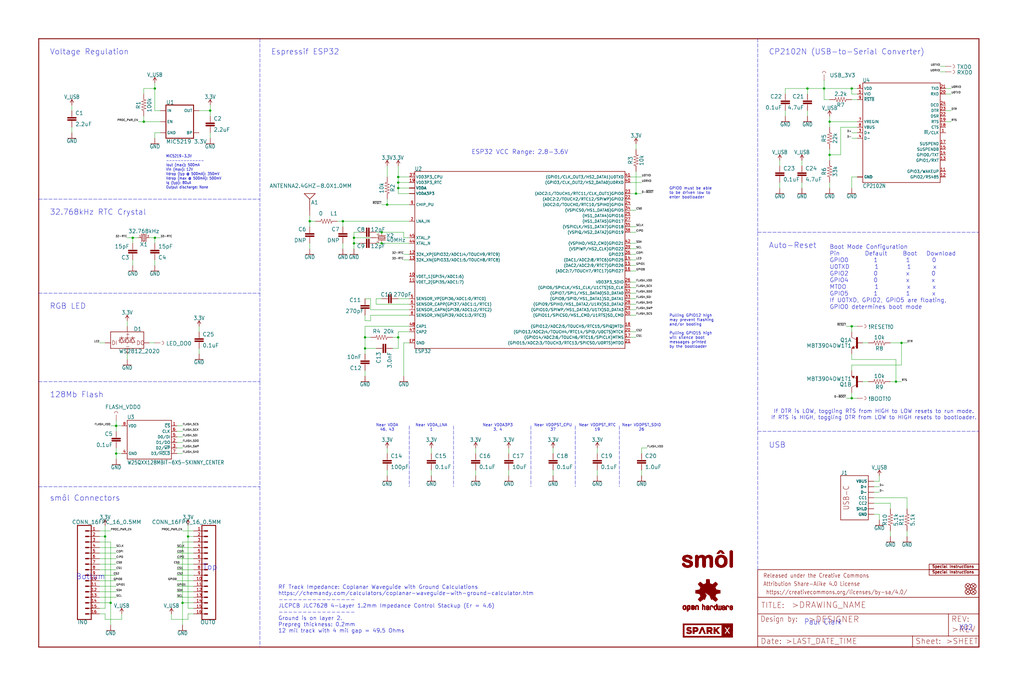
<source format=kicad_sch>
(kicad_sch (version 20211123) (generator eeschema)
  (paper "User" 470.306 317.906)
  (lib_symbols
    (symbol "eagleSchem-eagle-import:0.1UF-0402T-16V-10%"
      (property "Reference" "C" (at 1.524 2.921 0))
      (property "Value" "0.1UF-0402T-16V-10%" (at 1.524 -2.159 0))
      (symbol "0.1UF-0402T-16V-10%_1_0"
        (pin passive line (at 0 5.08 270) (length 2.54) (name "1") (number "1"))
        (pin passive line (at 0 -2.54 90) (length 2.54) (name "2") (number "2"))
      )
    )
    (symbol "eagleSchem-eagle-import:0.1UF-0402T-6.3V-10%-X7R"
      (property "Reference" "C" (at 1.524 2.921 0))
      (property "Value" "0.1UF-0402T-6.3V-10%-X7R" (at 1.524 -2.159 0))
      (symbol "0.1UF-0402T-6.3V-10%-X7R_1_0"
        (pin passive line (at 0 5.08 270) (length 2.54) (name "1") (number "1"))
        (pin passive line (at 0 -2.54 90) (length 2.54) (name "2") (number "2"))
      )
    )
    (symbol "eagleSchem-eagle-import:0OHM-0402T-1{slash}10W"
      (property "Reference" "R" (at 0 1.524 0))
      (property "Value" "0OHM-0402T-1{slash}10W" (at 0 -1.524 0))
      (symbol "0OHM-0402T-1{slash}10W_1_0"
        (pin passive line (at -5.08 0 0) (length 2.54) (name "1") (number "1"))
        (pin passive line (at 5.08 0 180) (length 2.54) (name "2") (number "2"))
      )
    )
    (symbol "eagleSchem-eagle-import:1.0UF-0402T-16V-10%"
      (property "Reference" "C" (at 1.524 2.921 0))
      (property "Value" "1.0UF-0402T-16V-10%" (at 1.524 -2.159 0))
      (symbol "1.0UF-0402T-16V-10%_1_0"
        (pin passive line (at 0 5.08 270) (length 2.54) (name "1") (number "1"))
        (pin passive line (at 0 -2.54 90) (length 2.54) (name "2") (number "2"))
      )
    )
    (symbol "eagleSchem-eagle-import:100KOHM-0402T-1{slash}16W-1%"
      (property "Reference" "R" (at 0 1.524 0))
      (property "Value" "100KOHM-0402T-1{slash}16W-1%" (at 0 -1.524 0))
      (symbol "100KOHM-0402T-1{slash}16W-1%_1_0"
        (pin passive line (at -5.08 0 0) (length 2.54) (name "1") (number "1"))
        (pin passive line (at 5.08 0 180) (length 2.54) (name "2") (number "2"))
      )
    )
    (symbol "eagleSchem-eagle-import:100PF-0402T-50V-5%"
      (property "Reference" "C" (at 1.524 2.921 0))
      (property "Value" "100PF-0402T-50V-5%" (at 1.524 -2.159 0))
      (symbol "100PF-0402T-50V-5%_1_0"
        (pin passive line (at 0 5.08 270) (length 2.54) (name "1") (number "1"))
        (pin passive line (at 0 -2.54 90) (length 2.54) (name "2") (number "2"))
      )
    )
    (symbol "eagleSchem-eagle-import:10KOHM-0402T-1{slash}16W-1%"
      (property "Reference" "R" (at 0 1.524 0))
      (property "Value" "10KOHM-0402T-1{slash}16W-1%" (at 0 -1.524 0))
      (symbol "10KOHM-0402T-1{slash}16W-1%_1_0"
        (pin passive line (at -5.08 0 0) (length 2.54) (name "1") (number "1"))
        (pin passive line (at 5.08 0 180) (length 2.54) (name "2") (number "2"))
      )
    )
    (symbol "eagleSchem-eagle-import:10NF-0402T-25V-10%"
      (property "Reference" "C" (at 1.524 2.921 0))
      (property "Value" "10NF-0402T-25V-10%" (at 1.524 -2.159 0))
      (symbol "10NF-0402T-25V-10%_1_0"
        (pin passive line (at 0 5.08 270) (length 2.54) (name "1") (number "1"))
        (pin passive line (at 0 -2.54 90) (length 2.54) (name "2") (number "2"))
      )
    )
    (symbol "eagleSchem-eagle-import:10UF-0402T-6.3V-20%"
      (property "Reference" "C" (at 1.524 2.921 0))
      (property "Value" "10UF-0402T-6.3V-20%" (at 1.524 -2.159 0))
      (symbol "10UF-0402T-6.3V-20%_1_0"
        (pin passive line (at 0 5.08 270) (length 2.54) (name "1") (number "1"))
        (pin passive line (at 0 -2.54 90) (length 2.54) (name "2") (number "2"))
      )
    )
    (symbol "eagleSchem-eagle-import:12PF-0402T-50V-5%"
      (property "Reference" "C" (at 1.524 2.921 0))
      (property "Value" "12PF-0402T-50V-5%" (at 1.524 -2.159 0))
      (symbol "12PF-0402T-50V-5%_1_0"
        (pin passive line (at 0 5.08 270) (length 2.54) (name "1") (number "1"))
        (pin passive line (at 0 -2.54 90) (length 2.54) (name "2") (number "2"))
      )
    )
    (symbol "eagleSchem-eagle-import:15PF-0402T-50V-5%"
      (property "Reference" "C" (at 1.524 2.921 0))
      (property "Value" "15PF-0402T-50V-5%" (at 1.524 -2.159 0))
      (symbol "15PF-0402T-50V-5%_1_0"
        (pin passive line (at 0 5.08 270) (length 2.54) (name "1") (number "1"))
        (pin passive line (at 0 -2.54 90) (length 2.54) (name "2") (number "2"))
      )
    )
    (symbol "eagleSchem-eagle-import:2.2KOHM-0402T-1{slash}16W-1%"
      (property "Reference" "R" (at 0 1.524 0))
      (property "Value" "2.2KOHM-0402T-1{slash}16W-1%" (at 0 -1.524 0))
      (symbol "2.2KOHM-0402T-1{slash}16W-1%_1_0"
        (pin passive line (at -5.08 0 0) (length 2.54) (name "1") (number "1"))
        (pin passive line (at 5.08 0 180) (length 2.54) (name "2") (number "2"))
      )
    )
    (symbol "eagleSchem-eagle-import:2.2UF-0402_TIGHT-10V-10%-X5R"
      (property "Reference" "C" (at 1.524 2.921 0))
      (property "Value" "2.2UF-0402_TIGHT-10V-10%-X5R" (at 1.524 -2.159 0))
      (symbol "2.2UF-0402_TIGHT-10V-10%-X5R_1_0"
        (pin passive line (at 0 5.08 270) (length 2.54) (name "1") (number "1"))
        (pin passive line (at 0 -2.54 90) (length 2.54) (name "2") (number "2"))
      )
    )
    (symbol "eagleSchem-eagle-import:20KOHM-0402T-1{slash}16W-1%"
      (property "Reference" "R" (at 0 1.524 0))
      (property "Value" "20KOHM-0402T-1{slash}16W-1%" (at 0 -1.524 0))
      (symbol "20KOHM-0402T-1{slash}16W-1%_1_0"
        (pin passive line (at -5.08 0 0) (length 2.54) (name "1") (number "1"))
        (pin passive line (at 5.08 0 180) (length 2.54) (name "2") (number "2"))
      )
    )
    (symbol "eagleSchem-eagle-import:22KOHM-0402_TIGHT-1{slash}10W-1%"
      (property "Reference" "R" (at 0 1.524 0))
      (property "Value" "22KOHM-0402_TIGHT-1{slash}10W-1%" (at 0 -1.524 0))
      (symbol "22KOHM-0402_TIGHT-1{slash}10W-1%_1_0"
        (pin passive line (at -5.08 0 0) (length 2.54) (name "1") (number "1"))
        (pin passive line (at 5.08 0 180) (length 2.54) (name "2") (number "2"))
      )
    )
    (symbol "eagleSchem-eagle-import:270PF-0402T-50V-5%"
      (property "Reference" "C" (at 1.524 2.921 0))
      (property "Value" "270PF-0402T-50V-5%" (at 1.524 -2.159 0))
      (symbol "270PF-0402T-50V-5%_1_0"
        (pin passive line (at 0 5.08 270) (length 2.54) (name "1") (number "1"))
        (pin passive line (at 0 -2.54 90) (length 2.54) (name "2") (number "2"))
      )
    )
    (symbol "eagleSchem-eagle-import:3.0NF-0402T-50V-5%"
      (property "Reference" "C" (at 1.524 2.921 0))
      (property "Value" "3.0NF-0402T-50V-5%" (at 1.524 -2.159 0))
      (symbol "3.0NF-0402T-50V-5%_1_0"
        (pin passive line (at 0 5.08 270) (length 2.54) (name "1") (number "1"))
        (pin passive line (at 0 -2.54 90) (length 2.54) (name "2") (number "2"))
      )
    )
    (symbol "eagleSchem-eagle-import:3.3V" (power)
      (property "Value" "3.3V" (at 0 2.794 0))
      (symbol "3.3V_1_0"
        (pin power_in line (at 0 0 90) (length 2.54) (name "3.3V") (number "1"))
      )
    )
    (symbol "eagleSchem-eagle-import:33KOHM-0402T-1{slash}16W-1%"
      (property "Reference" "R" (at 0 1.524 0))
      (property "Value" "33KOHM-0402T-1{slash}16W-1%" (at 0 -1.524 0))
      (symbol "33KOHM-0402T-1{slash}16W-1%_1_0"
        (pin passive line (at -5.08 0 0) (length 2.54) (name "1") (number "1"))
        (pin passive line (at 5.08 0 180) (length 2.54) (name "2") (number "2"))
      )
    )
    (symbol "eagleSchem-eagle-import:4.7UF-0402_TIGHT-6.3V-20%-X5R"
      (property "Reference" "C" (at 1.524 2.921 0))
      (property "Value" "4.7UF-0402_TIGHT-6.3V-20%-X5R" (at 1.524 -2.159 0))
      (symbol "4.7UF-0402_TIGHT-6.3V-20%-X5R_1_0"
        (pin passive line (at 0 5.08 270) (length 2.54) (name "1") (number "1"))
        (pin passive line (at 0 -2.54 90) (length 2.54) (name "2") (number "2"))
      )
    )
    (symbol "eagleSchem-eagle-import:5.1KOHM-0402T-1{slash}16W-1%"
      (property "Reference" "R" (at 0 1.524 0))
      (property "Value" "5.1KOHM-0402T-1{slash}16W-1%" (at 0 -1.524 0))
      (symbol "5.1KOHM-0402T-1{slash}16W-1%_1_0"
        (pin passive line (at -5.08 0 0) (length 2.54) (name "1") (number "1"))
        (pin passive line (at 5.08 0 180) (length 2.54) (name "2") (number "2"))
      )
    )
    (symbol "eagleSchem-eagle-import:ANTENNA2.4GHZ-8.0X1.0MM"
      (property "Reference" "A" (at 0.508 0 0))
      (property "Value" "ANTENNA2.4GHZ-8.0X1.0MM" (at 0.508 -2.54 0))
      (symbol "ANTENNA2.4GHZ-8.0X1.0MM_1_0"
        (pin bidirectional line (at 0 -5.08 90) (length 2.54) (name "SIGNAL") (number "FEED"))
      )
    )
    (symbol "eagleSchem-eagle-import:CONN_16FPC_16_0.5MM"
      (property "Reference" "J" (at 0 20.828 0))
      (property "Value" "CONN_16FPC_16_0.5MM" (at 0 -25.146 0))
      (symbol "CONN_16FPC_16_0.5MM_1_0"
        (pin passive line (at 10.16 -20.32 180) (length 5.08) (name "1") (number "1"))
        (pin passive line (at 10.16 2.54 180) (length 5.08) (name "10") (number "10"))
        (pin passive line (at 10.16 5.08 180) (length 5.08) (name "11") (number "11"))
        (pin passive line (at 10.16 7.62 180) (length 5.08) (name "12") (number "12"))
        (pin passive line (at 10.16 10.16 180) (length 5.08) (name "13") (number "13"))
        (pin passive line (at 10.16 12.7 180) (length 5.08) (name "14") (number "14"))
        (pin passive line (at 10.16 15.24 180) (length 5.08) (name "15") (number "15"))
        (pin passive line (at 10.16 17.78 180) (length 5.08) (name "16") (number "16"))
        (pin passive line (at 10.16 -17.78 180) (length 5.08) (name "2") (number "2"))
        (pin passive line (at 10.16 -15.24 180) (length 5.08) (name "3") (number "3"))
        (pin passive line (at 10.16 -12.7 180) (length 5.08) (name "4") (number "4"))
        (pin passive line (at 10.16 -10.16 180) (length 5.08) (name "5") (number "5"))
        (pin passive line (at 10.16 -7.62 180) (length 5.08) (name "6") (number "6"))
        (pin passive line (at 10.16 -5.08 180) (length 5.08) (name "7") (number "7"))
        (pin passive line (at 10.16 -2.54 180) (length 5.08) (name "8") (number "8"))
        (pin passive line (at 10.16 0 180) (length 5.08) (name "9") (number "9"))
      )
    )
    (symbol "eagleSchem-eagle-import:CP2102N"
      (property "Reference" "U" (at -17.78 23.114 0))
      (property "Value" "CP2102N" (at -17.78 -25.4 0))
      (symbol "CP2102N_1_0"
        (pin bidirectional line (at 20.32 0 180) (length 2.54) (name "~{RI}/CLK") (number "1"))
        (pin bidirectional line (at 20.32 -17.78 180) (length 2.54) (name "GPIO3/WAKEUP") (number "11"))
        (pin bidirectional line (at 20.32 -20.32 180) (length 2.54) (name "GPIO2/RS485") (number "12"))
        (pin bidirectional line (at 20.32 -12.7 180) (length 2.54) (name "GPIO1/RXT") (number "13"))
        (pin bidirectional line (at 20.32 -10.16 180) (length 2.54) (name "GPIO0/TXT") (number "14"))
        (pin bidirectional line (at 20.32 -7.62 180) (length 2.54) (name "SUSPENDB") (number "15"))
        (pin bidirectional line (at 20.32 -5.08 180) (length 2.54) (name "SUSPEND") (number "17"))
        (pin bidirectional line (at 20.32 2.54 180) (length 2.54) (name "CTS") (number "18"))
        (pin bidirectional line (at 20.32 5.08 180) (length 2.54) (name "RTS") (number "19"))
        (pin bidirectional line (at -20.32 -20.32 0) (length 2.54) (name "GND") (number "2"))
        (pin bidirectional line (at 20.32 17.78 180) (length 2.54) (name "RXD") (number "20"))
        (pin bidirectional line (at 20.32 20.32 180) (length 2.54) (name "TXD") (number "21"))
        (pin bidirectional line (at 20.32 7.62 180) (length 2.54) (name "DSR") (number "22"))
        (pin bidirectional line (at 20.32 10.16 180) (length 2.54) (name "DTR") (number "23"))
        (pin bidirectional line (at 20.32 12.7 180) (length 2.54) (name "DCD") (number "24"))
        (pin bidirectional line (at -20.32 0 0) (length 2.54) (name "D+") (number "3"))
        (pin bidirectional line (at -20.32 -2.54 0) (length 2.54) (name "D-") (number "4"))
        (pin bidirectional line (at -20.32 17.78 0) (length 2.54) (name "VIO") (number "5"))
        (pin bidirectional line (at -20.32 20.32 0) (length 2.54) (name "VDD") (number "6"))
        (pin bidirectional line (at -20.32 5.08 0) (length 2.54) (name "VREGIN") (number "7"))
        (pin bidirectional line (at -20.32 2.54 0) (length 2.54) (name "VBUS") (number "8"))
        (pin bidirectional line (at -20.32 15.24 0) (length 2.54) (name "~{RSTB}") (number "9"))
        (pin bidirectional line (at -20.32 -20.32 0) (length 2.54) (name "GND") (number "PAD"))
      )
    )
    (symbol "eagleSchem-eagle-import:CRYSTAL-32.768KHZSMD-3.2X1.5"
      (property "Reference" "Y" (at 0 2.032 0))
      (property "Value" "CRYSTAL-32.768KHZSMD-3.2X1.5" (at 0 -2.032 0))
      (symbol "CRYSTAL-32.768KHZSMD-3.2X1.5_1_0"
        (text "1" (at -2.159 -1.143 0) (effects (font (size 0.8636 0.734)) (justify left bottom)))
        (text "2" (at 1.524 -1.143 0) (effects (font (size 0.8636 0.734)) (justify left bottom)))
        (pin passive line (at -2.54 0 0) (length 0) (name "1") (number "P$1"))
        (pin passive line (at 2.54 0 180) (length 0) (name "2") (number "P$2"))
      )
    )
    (symbol "eagleSchem-eagle-import:CRYSTAL-40MHZ-SMD-2X2.5MM"
      (property "Reference" "Y" (at -1.27 -1.524 0))
      (property "Value" "CRYSTAL-40MHZ-SMD-2X2.5MM" (at 1.524 -1.524 0))
      (symbol "CRYSTAL-40MHZ-SMD-2X2.5MM_1_0"
        (text "1" (at -2.159 -1.143 0) (effects (font (size 0.8636 0.734)) (justify left bottom)))
        (text "2" (at 1.524 -1.143 0) (effects (font (size 0.8636 0.734)) (justify left bottom)))
        (pin passive line (at -2.54 0 0) (length 0) (name "1") (number "P1"))
        (pin power_in line (at 0 -5.08 90) (length 2.54) (name "GND") (number "P2"))
        (pin passive line (at 2.54 0 180) (length 0) (name "2") (number "P3"))
        (pin power_in line (at 0 -5.08 90) (length 2.54) (name "GND") (number "P4"))
      )
    )
    (symbol "eagleSchem-eagle-import:DNP-0402-TIGHT_NO_CREAM"
      (property "Reference" "C" (at 1.524 2.921 0))
      (property "Value" "DNP-0402-TIGHT_NO_CREAM" (at 1.524 -2.159 0))
      (symbol "DNP-0402-TIGHT_NO_CREAM_1_0"
        (pin passive line (at 0 5.08 270) (length 2.54) (name "1") (number "1"))
        (pin passive line (at 0 -2.54 90) (length 2.54) (name "2") (number "2"))
      )
    )
    (symbol "eagleSchem-eagle-import:ESP32"
      (property "Reference" "U" (at -48.26 40.894 0))
      (property "Value" "ESP32" (at -48.26 -40.894 0))
      (symbol "ESP32_1_0"
        (pin bidirectional line (at -50.8 33.02 0) (length 2.54) (name "VDDA") (number "1"))
        (pin bidirectional line (at -50.8 -7.62 0) (length 2.54) (name "VDET_1(GPI34/ADC1:6)") (number "10"))
        (pin bidirectional line (at -50.8 -10.16 0) (length 2.54) (name "VDET_2(GPI35/ADC1:7)") (number "11"))
        (pin bidirectional line (at -50.8 2.54 0) (length 2.54) (name "32K_XP(GPIO32/ADC1:4/TOUCH9/RTC9)") (number "12"))
        (pin bidirectional line (at -50.8 0 0) (length 2.54) (name "32K_XN(GPIO33/ADC1:5/TOUCH8/RTC8)") (number "13"))
        (pin bidirectional line (at 50.8 0 180) (length 2.54) (name "(DAC1/ADC2:8/RTC6)GPIO25") (number "14"))
        (pin bidirectional line (at 50.8 -2.54 180) (length 2.54) (name "(DAC2/ADC2:9/RTC7)GPIO26") (number "15"))
        (pin bidirectional line (at 50.8 -5.08 180) (length 2.54) (name "(ADC2:7/TOUCH7/RTC17)GPIO27") (number "16"))
        (pin bidirectional line (at 50.8 -35.56 180) (length 2.54) (name "(GPIO14/ADC2:6/TOUCH6/RTC16/SPICLK)MTMS") (number "17"))
        (pin bidirectional line (at 50.8 -30.48 180) (length 2.54) (name "(GPIO12/ADC2:5/TOUCH5/RTC15/SPIQ)MTDI") (number "18"))
        (pin bidirectional line (at -50.8 35.56 0) (length 2.54) (name "VDD3P3_RTC") (number "19"))
        (pin bidirectional line (at -50.8 17.78 0) (length 2.54) (name "LNA_IN") (number "2"))
        (pin bidirectional line (at 50.8 -33.02 180) (length 2.54) (name "(GPIO13/ADC2:4/TOUCH4/RTC14/SPID/U0CTS)MTCK") (number "20"))
        (pin bidirectional line (at 50.8 -38.1 180) (length 2.54) (name "(GPIO15/ADC2:3/TOUCH3/RTC13/SPICSO/U0RTS)MTDO") (number "21"))
        (pin bidirectional line (at 50.8 27.94 180) (length 2.54) (name "(ADC2:2/TOUCH2/RTC12/SPIWP)GPIO2") (number "22"))
        (pin bidirectional line (at 50.8 30.48 180) (length 2.54) (name "(ADC2:1/TOUCH1/RTC11/CLK_OUT1)GPIO0") (number "23"))
        (pin bidirectional line (at 50.8 25.4 180) (length 2.54) (name "(ADC2:0/TOUCH0/RTC10/SPIHD)GPIO4") (number "24"))
        (pin bidirectional line (at 50.8 20.32 180) (length 2.54) (name "(HS1_DATA4)GPIO16") (number "25"))
        (pin bidirectional line (at 50.8 -10.16 180) (length 2.54) (name "VDD3P3_SDIO") (number "26"))
        (pin bidirectional line (at 50.8 17.78 180) (length 2.54) (name "(HS1_DATA5)GPIO17") (number "27"))
        (pin bidirectional line (at 50.8 -20.32 180) (length 2.54) (name "(GPIO9/SPIHD/HS1_DATA2/U1RX)SD_DATA2") (number "28"))
        (pin bidirectional line (at 50.8 -22.86 180) (length 2.54) (name "(GPIO10/SPIWP/HS1_DATA3/U1TX)SD_DATA3") (number "29"))
        (pin bidirectional line (at -50.8 30.48 0) (length 2.54) (name "VDDA3P3") (number "3"))
        (pin bidirectional line (at 50.8 -25.4 180) (length 2.54) (name "(GPIO11/SPICSO/HS1_CMD/U1RTS)SD_CMD") (number "30"))
        (pin bidirectional line (at 50.8 -12.7 180) (length 2.54) (name "(GPIO6/SPICLK/HS1_CLK/U1CTS)SD_CLK") (number "31"))
        (pin bidirectional line (at 50.8 -15.24 180) (length 2.54) (name "(GPIO7/SPI1/HS1_DATA0)SD_DATA0") (number "32"))
        (pin bidirectional line (at 50.8 -17.78 180) (length 2.54) (name "(GPIO8/SPID/HS1_DATA1)SD_DATA1") (number "33"))
        (pin bidirectional line (at 50.8 22.86 180) (length 2.54) (name "(VSPICS0/HS1_DATA6)GPIO5") (number "34"))
        (pin bidirectional line (at 50.8 15.24 180) (length 2.54) (name "(VSPICLK/HS1_DATA7)GPIO18") (number "35"))
        (pin bidirectional line (at 50.8 2.54 180) (length 2.54) (name "GPIO23") (number "36"))
        (pin bidirectional line (at -50.8 38.1 0) (length 2.54) (name "VDD3P3_CPU") (number "37"))
        (pin bidirectional line (at 50.8 12.7 180) (length 2.54) (name "(VSPIQ/HS2_DATA2)GPIO19") (number "38"))
        (pin bidirectional line (at 50.8 5.08 180) (length 2.54) (name "(VSPIWP/HS2_CLK)GPIO22") (number "39"))
        (pin bidirectional line (at -50.8 30.48 0) (length 2.54) (name "VDDA3P3") (number "4"))
        (pin bidirectional line (at 50.8 35.56 180) (length 2.54) (name "(GPIO3/CLK_OUT2/HS2_DATA0)U0RXD") (number "40"))
        (pin bidirectional line (at 50.8 38.1 180) (length 2.54) (name "(GPIO1/CLK_OUT3/HS2_DATA1)U0TXD") (number "41"))
        (pin bidirectional line (at 50.8 7.62 180) (length 2.54) (name "(VSPIHD/HS2_CMD)GPIO21") (number "42"))
        (pin bidirectional line (at -50.8 33.02 0) (length 2.54) (name "VDDA") (number "43"))
        (pin bidirectional line (at -50.8 7.62 0) (length 2.54) (name "XTAL_N") (number "44"))
        (pin bidirectional line (at -50.8 10.16 0) (length 2.54) (name "XTAL_P") (number "45"))
        (pin bidirectional line (at -50.8 33.02 0) (length 2.54) (name "VDDA") (number "46"))
        (pin bidirectional line (at -50.8 -33.02 0) (length 2.54) (name "CAP2") (number "47"))
        (pin bidirectional line (at -50.8 -30.48 0) (length 2.54) (name "CAP1") (number "48"))
        (pin bidirectional line (at -50.8 -17.78 0) (length 2.54) (name "SENSOR_VP(GPI36/ADC1:0/RTC0)") (number "5"))
        (pin bidirectional line (at -50.8 -20.32 0) (length 2.54) (name "SENSOR_CAPP(GPI37/ADC1:1/RTC1)") (number "6"))
        (pin bidirectional line (at -50.8 -22.86 0) (length 2.54) (name "SENSOR_CAPN(GPI38/ADC1:2/RTC2)") (number "7"))
        (pin bidirectional line (at -50.8 -25.4 0) (length 2.54) (name "SENSOR_VN(GPI39/ADC1:3/RTC3)") (number "8"))
        (pin bidirectional line (at -50.8 25.4 0) (length 2.54) (name "CHIP_PU") (number "9"))
        (pin bidirectional line (at -50.8 -38.1 0) (length 2.54) (name "GND") (number "EP"))
      )
    )
    (symbol "eagleSchem-eagle-import:FIDUCIALUFIDUCIAL")
    (symbol "eagleSchem-eagle-import:FRAME-LEDGER"
      (symbol "FRAME-LEDGER_2_0"
        (text " https://creativecommons.org/licenses/by-sa/4.0/" (at 2.54 24.13 0) (effects (font (size 1.9304 1.6408)) (justify left bottom)))
        (text ">DESIGNER" (at 23.114 11.176 0) (effects (font (size 2.7432 2.7432)) (justify left bottom)))
        (text ">DRAWING_NAME" (at 15.494 17.78 0) (effects (font (size 2.7432 2.7432)) (justify left bottom)))
        (text ">LAST_DATE_TIME" (at 12.7 1.27 0) (effects (font (size 2.54 2.54)) (justify left bottom)))
        (text ">REV" (at 88.9 6.604 0) (effects (font (size 2.7432 2.7432)) (justify left bottom)))
        (text ">SHEET" (at 86.36 1.27 0) (effects (font (size 2.54 2.54)) (justify left bottom)))
        (text "Attribution Share-Alike 4.0 License" (at 2.54 27.94 0) (effects (font (size 1.9304 1.6408)) (justify left bottom)))
        (text "Date:" (at 1.27 1.27 0) (effects (font (size 2.54 2.54)) (justify left bottom)))
        (text "Design by:" (at 1.27 11.43 0) (effects (font (size 2.54 2.159)) (justify left bottom)))
        (text "Released under the Creative Commons" (at 2.54 31.75 0) (effects (font (size 1.9304 1.6408)) (justify left bottom)))
        (text "REV:" (at 88.9 11.43 0) (effects (font (size 2.54 2.54)) (justify left bottom)))
        (text "Sheet:" (at 72.39 1.27 0) (effects (font (size 2.54 2.54)) (justify left bottom)))
        (text "TITLE:" (at 1.524 17.78 0) (effects (font (size 2.54 2.54)) (justify left bottom)))
      )
    )
    (symbol "eagleSchem-eagle-import:GND" (power)
      (property "Value" "GND" (at 0 -0.254 0))
      (symbol "GND_1_0"
        (pin power_in line (at 0 2.54 270) (length 2.54) (name "GND") (number "1"))
      )
    )
    (symbol "eagleSchem-eagle-import:OSHW-LOGOMINI")
    (symbol "eagleSchem-eagle-import:SMOL_LOGOSMALL")
    (symbol "eagleSchem-eagle-import:SPARKX-LOGO3")
    (symbol "eagleSchem-eagle-import:SPECIAL_INSTRUCTIONS-ORDERING"
      (symbol "SPECIAL_INSTRUCTIONS-ORDERING_1_0"
        (text "Special Instructions" (at 1.27 0.6985 0) (effects (font (size 1.27 1.27) (thickness 0.254) bold) (justify left bottom)))
      )
    )
    (symbol "eagleSchem-eagle-import:SPECIAL_INSTRUCTIONS-PRODUCTION"
      (symbol "SPECIAL_INSTRUCTIONS-PRODUCTION_1_0"
        (text "Special Instructions" (at 1.27 0.6985 0) (effects (font (size 1.27 1.27) (thickness 0.254) bold) (justify left bottom)))
      )
    )
    (symbol "eagleSchem-eagle-import:TEST-POINT3X4"
      (property "Reference" "TP" (at -2.54 2.54 0))
      (property "Value" "TEST-POINT3X4" (at -2.54 -2.54 0))
      (symbol "TEST-POINT3X4_1_0"
        (pin bidirectional line (at 0 0 180) (length 0) (name "1") (number "1"))
      )
    )
    (symbol "eagleSchem-eagle-import:TRANS_NPN_DUAL-MBT3904DW1T1"
      (property "Reference" "Q" (at 2.54 0 0))
      (property "Value" "TRANS_NPN_DUAL-MBT3904DW1T1" (at 2.54 -2.286 0))
      (symbol "TRANS_NPN_DUAL-MBT3904DW1T1_1_0"
        (pin passive line (at 2.54 5.08 270) (length 2.54) (name "C") (number "3"))
        (pin passive line (at 2.54 -5.08 90) (length 2.54) (name "E") (number "4"))
        (pin passive line (at -2.54 0 0) (length 2.54) (name "B") (number "5"))
      )
      (symbol "TRANS_NPN_DUAL-MBT3904DW1T1_2_0"
        (pin passive line (at 2.54 -5.08 90) (length 2.54) (name "E") (number "1"))
        (pin passive line (at -2.54 0 0) (length 2.54) (name "B") (number "2"))
        (pin passive line (at 2.54 5.08 270) (length 2.54) (name "C") (number "6"))
      )
    )
    (symbol "eagleSchem-eagle-import:USB_C_4-LAYER_PADS"
      (property "Reference" "J" (at -2.54 10.414 0))
      (property "Value" "USB_C_4-LAYER_PADS" (at -2.54 -12.446 0))
      (symbol "USB_C_4-LAYER_PADS_1_0"
        (text "USB-C" (at 0 0 900) (effects (font (size 2.54 2.159))))
        (pin bidirectional line (at 12.7 0 180) (length 2.54) (name "CC1") (number "A5"))
        (pin bidirectional line (at 12.7 5.08 180) (length 2.54) (name "D+") (number "A6"))
        (pin bidirectional line (at 12.7 2.54 180) (length 2.54) (name "D-") (number "A7"))
        (pin bidirectional line (at 12.7 -2.54 180) (length 2.54) (name "CC2") (number "B5"))
        (pin bidirectional line (at 12.7 5.08 180) (length 2.54) (name "D+") (number "B6"))
        (pin bidirectional line (at 12.7 2.54 180) (length 2.54) (name "D-") (number "B7"))
        (pin bidirectional line (at 12.7 -7.62 180) (length 2.54) (name "GND") (number "GND"))
        (pin bidirectional line (at 12.7 -7.62 180) (length 2.54) (name "GND") (number "GND2"))
        (pin bidirectional line (at 12.7 -5.08 180) (length 2.54) (name "SHLD") (number "SHLD1"))
        (pin bidirectional line (at 12.7 -5.08 180) (length 2.54) (name "SHLD") (number "SHLD2"))
        (pin bidirectional line (at 12.7 -5.08 180) (length 2.54) (name "SHLD") (number "SHLD3"))
        (pin bidirectional line (at 12.7 -5.08 180) (length 2.54) (name "SHLD") (number "SHLD4"))
        (pin bidirectional line (at 12.7 7.62 180) (length 2.54) (name "VBUS") (number "VBUS1"))
        (pin bidirectional line (at 12.7 7.62 180) (length 2.54) (name "VBUS") (number "VBUS2"))
      )
    )
    (symbol "eagleSchem-eagle-import:V_REG_MIC52193.3V"
      (property "Reference" "U" (at -7.62 7.874 0))
      (property "Value" "V_REG_MIC52193.3V" (at -7.62 -8.128 0))
      (symbol "V_REG_MIC52193.3V_1_0"
        (pin input line (at -10.16 5.08 0) (length 2.54) (name "IN") (number "1"))
        (pin input line (at -10.16 -5.08 0) (length 2.54) (name "GND") (number "2"))
        (pin input line (at -10.16 0 0) (length 2.54) (name "EN") (number "3"))
        (pin input line (at 7.62 -5.08 180) (length 2.54) (name "BP") (number "4"))
        (pin passive line (at 7.62 5.08 180) (length 2.54) (name "OUT") (number "5"))
      )
    )
    (symbol "eagleSchem-eagle-import:V_USB" (power)
      (property "Value" "V_USB" (at 0 2.794 0))
      (symbol "V_USB_1_0"
        (pin power_in line (at 0 0 90) (length 2.54) (name "V_USB") (number "1"))
      )
    )
    (symbol "eagleSchem-eagle-import:W25QXX128MBIT-6X5-SKINNY_CENTER"
      (property "Reference" "U" (at -10.16 8.128 0))
      (property "Value" "W25QXX128MBIT-6X5-SKINNY_CENTER" (at -10.16 -12.7 0))
      (symbol "W25QXX128MBIT-6X5-SKINNY_CENTER_1_0"
        (pin bidirectional line (at 12.7 5.08 180) (length 2.54) (name "~{CS}") (number "1"))
        (pin bidirectional line (at 12.7 -2.54 180) (length 2.54) (name "D1/DO") (number "2"))
        (pin bidirectional line (at 12.7 -5.08 180) (length 2.54) (name "D2/~{WP}") (number "3"))
        (pin bidirectional line (at -12.7 -7.62 0) (length 2.54) (name "GND") (number "4"))
        (pin bidirectional line (at 12.7 0 180) (length 2.54) (name "D0/DI") (number "5"))
        (pin bidirectional line (at 12.7 2.54 180) (length 2.54) (name "CLK") (number "6"))
        (pin bidirectional line (at 12.7 -7.62 180) (length 2.54) (name "D3/~{HOLD}") (number "7"))
        (pin bidirectional line (at -12.7 5.08 0) (length 2.54) (name "VDD") (number "8"))
      )
    )
    (symbol "eagleSchem-eagle-import:WS2812_2020"
      (property "Reference" "D" (at 4.826 5.334 0))
      (property "Value" "WS2812_2020" (at 5.588 -4.826 0))
      (symbol "WS2812_2020_1_0"
        (text "+" (at 0.254 4.064 0) (effects (font (size 1.778 1.778))))
        (text "-" (at 0.254 -1.524 0) (effects (font (size 1.778 1.778))))
        (text "DI" (at -5.842 0 0) (effects (font (size 1.778 1.778))))
        (text "DO" (at 6.096 0 0) (effects (font (size 1.778 1.778))))
        (pin bidirectional line (at -10.16 0 0) (length 2.54) (name "DI") (number "DI"))
        (pin bidirectional line (at 10.16 0 180) (length 2.54) (name "DO") (number "DO"))
        (pin bidirectional line (at 0 -5.08 90) (length 2.54) (name "GND") (number "GND"))
        (pin bidirectional line (at 0 7.62 270) (length 2.54) (name "VCC") (number "VCC"))
      )
    )
  )
  (junction (at 60.96 109.22))
  (junction (at 411.48 175.26))
  (junction (at 182.88 83.82))
  (junction (at 177.8 93.98))
  (junction (at 182.88 81.28))
  (junction (at 391.16 40.64))
  (junction (at 370.84 40.64))
  (junction (at 381 71.12))
  (junction (at 391.16 149.86))
  (junction (at 142.24 101.6))
  (junction (at 381 55.88))
  (junction (at 175.26 106.68))
  (junction (at 157.48 101.6))
  (junction (at 66.04 55.88))
  (junction (at 86.36 246.38))
  (junction (at 167.64 154.94))
  (junction (at 167.64 160.02))
  (junction (at 162.56 111.76))
  (junction (at 378.46 40.64))
  (junction (at 53.34 208.28))
  (junction (at 96.52 50.8))
  (junction (at 71.12 109.22))
  (junction (at 53.34 195.58))
  (junction (at 50.8 276.86))
  (junction (at 162.56 109.22))
  (junction (at 182.88 86.36))
  (junction (at 48.26 246.38))
  (junction (at 391.16 182.88))
  (junction (at 182.88 154.94))
  (junction (at 83.82 276.86))
  (junction (at 292.1 88.9))
  (junction (at 71.12 40.64))
  (junction (at 175.26 111.76))
  (junction (at 414.02 157.48))
  (polyline (pts (xy 17.78 91.44) (xy 119.38 91.44)))
  (wire (pts (xy 96.52 48.26) (xy 96.52 50.8)))
  (wire (pts (xy 45.72 279.4) (xy 48.26 279.4)))
  (wire (pts (xy 88.9 246.38) (xy 86.36 246.38)))
  (wire (pts (xy 157.48 114.3) (xy 157.48 111.76)))
  (wire (pts (xy 167.64 154.94) (xy 167.64 149.86)))
  (wire (pts (xy 66.04 43.18) (xy 66.04 40.64)))
  (wire (pts (xy 401.32 236.22) (xy 403.86 236.22)))
  (wire (pts (xy 45.72 269.24) (xy 53.34 269.24)))
  (wire (pts (xy 187.96 116.84) (xy 185.42 116.84)))
  (wire (pts (xy 401.32 226.06) (xy 403.86 226.06)))
  (wire (pts (xy 292.1 88.9) (xy 292.1 78.74)))
  (wire (pts (xy 378.46 45.72) (xy 381 45.72)))
  (wire (pts (xy 60.96 121.92) (xy 60.96 119.38)))
  (wire (pts (xy 218.44 205.74) (xy 218.44 208.28)))
  (polyline (pts (xy 264.16 195.58) (xy 264.16 223.52)))
  (wire (pts (xy 96.52 63.5) (xy 96.52 60.96)))
  (wire (pts (xy 381 83.82) (xy 381 86.36)))
  (wire (pts (xy 48.26 157.48) (xy 45.72 157.48)))
  (wire (pts (xy 416.56 246.38) (xy 416.56 243.84)))
  (wire (pts (xy 45.72 248.92) (xy 50.8 248.92)))
  (wire (pts (xy 170.18 147.32) (xy 167.64 147.32)))
  (wire (pts (xy 187.96 93.98) (xy 177.8 93.98)))
  (polyline (pts (xy 284.48 195.58) (xy 284.48 223.52)))
  (wire (pts (xy 60.96 109.22) (xy 60.96 111.76)))
  (wire (pts (xy 53.34 208.28) (xy 53.34 205.74)))
  (wire (pts (xy 274.32 205.74) (xy 274.32 208.28)))
  (wire (pts (xy 66.04 53.34) (xy 66.04 55.88)))
  (wire (pts (xy 177.8 93.98) (xy 177.8 91.44)))
  (wire (pts (xy 370.84 50.8) (xy 370.84 53.34)))
  (wire (pts (xy 289.56 111.76) (xy 292.1 111.76)))
  (wire (pts (xy 68.58 109.22) (xy 71.12 109.22)))
  (wire (pts (xy 96.52 53.34) (xy 96.52 50.8)))
  (wire (pts (xy 45.72 243.84) (xy 50.8 243.84)))
  (wire (pts (xy 182.88 137.16) (xy 187.96 137.16)))
  (wire (pts (xy 289.56 132.08) (xy 292.1 132.08)))
  (wire (pts (xy 88.9 243.84) (xy 83.82 243.84)))
  (wire (pts (xy 81.28 205.74) (xy 83.82 205.74)))
  (wire (pts (xy 167.64 160.02) (xy 167.64 162.56)))
  (wire (pts (xy 60.96 109.22) (xy 58.42 109.22)))
  (wire (pts (xy 71.12 50.8) (xy 71.12 40.64)))
  (wire (pts (xy 391.16 152.4) (xy 391.16 149.86)))
  (wire (pts (xy 170.18 109.22) (xy 162.56 109.22)))
  (wire (pts (xy 165.1 106.68) (xy 162.56 106.68)))
  (wire (pts (xy 182.88 154.94) (xy 182.88 152.4)))
  (wire (pts (xy 401.32 228.6) (xy 416.56 228.6)))
  (wire (pts (xy 434.34 43.18) (xy 436.88 43.18)))
  (wire (pts (xy 157.48 104.14) (xy 157.48 101.6)))
  (wire (pts (xy 411.48 175.26) (xy 411.48 165.1)))
  (wire (pts (xy 88.9 274.32) (xy 81.28 274.32)))
  (wire (pts (xy 185.42 157.48) (xy 187.96 157.48)))
  (wire (pts (xy 45.72 274.32) (xy 53.34 274.32)))
  (wire (pts (xy 411.48 165.1) (xy 391.16 165.1)))
  (wire (pts (xy 185.42 157.48) (xy 185.42 172.72)))
  (wire (pts (xy 391.16 81.28) (xy 391.16 86.36)))
  (wire (pts (xy 381 73.66) (xy 381 71.12)))
  (wire (pts (xy 78.74 284.48) (xy 78.74 281.94)))
  (wire (pts (xy 71.12 109.22) (xy 71.12 111.76)))
  (polyline (pts (xy 119.38 223.52) (xy 119.38 297.18)))
  (wire (pts (xy 289.56 88.9) (xy 292.1 88.9)))
  (wire (pts (xy 185.42 106.68) (xy 185.42 109.22)))
  (wire (pts (xy 91.44 162.56) (xy 91.44 160.02)))
  (wire (pts (xy 187.96 88.9) (xy 182.88 88.9)))
  (wire (pts (xy 180.34 160.02) (xy 182.88 160.02)))
  (wire (pts (xy 175.26 106.68) (xy 185.42 106.68)))
  (polyline (pts (xy 243.84 195.58) (xy 243.84 223.52)))
  (wire (pts (xy 88.9 271.78) (xy 81.28 271.78)))
  (wire (pts (xy 187.96 101.6) (xy 157.48 101.6)))
  (wire (pts (xy 393.7 45.72) (xy 391.16 45.72)))
  (wire (pts (xy 187.96 83.82) (xy 182.88 83.82)))
  (wire (pts (xy 33.02 58.42) (xy 33.02 60.96)))
  (wire (pts (xy 81.28 203.2) (xy 83.82 203.2)))
  (wire (pts (xy 45.72 266.7) (xy 53.34 266.7)))
  (wire (pts (xy 88.9 251.46) (xy 81.28 251.46)))
  (polyline (pts (xy 119.38 17.78) (xy 119.38 134.62)))
  (wire (pts (xy 142.24 111.76) (xy 142.24 114.3)))
  (polyline (pts (xy 347.98 106.68) (xy 449.58 106.68)))
  (wire (pts (xy 401.32 231.14) (xy 408.94 231.14)))
  (wire (pts (xy 289.56 119.38) (xy 292.1 119.38)))
  (wire (pts (xy 289.56 114.3) (xy 292.1 114.3)))
  (wire (pts (xy 254 205.74) (xy 254 208.28)))
  (wire (pts (xy 378.46 40.64) (xy 370.84 40.64)))
  (wire (pts (xy 50.8 287.02) (xy 50.8 276.86)))
  (wire (pts (xy 218.44 218.44) (xy 218.44 215.9)))
  (wire (pts (xy 289.56 104.14) (xy 292.1 104.14)))
  (wire (pts (xy 45.72 259.08) (xy 53.34 259.08)))
  (wire (pts (xy 45.72 256.54) (xy 53.34 256.54)))
  (wire (pts (xy 177.8 76.2) (xy 177.8 81.28)))
  (polyline (pts (xy 119.38 134.62) (xy 119.38 175.26)))
  (wire (pts (xy 45.72 276.86) (xy 50.8 276.86)))
  (wire (pts (xy 378.46 40.64) (xy 378.46 45.72)))
  (wire (pts (xy 391.16 182.88) (xy 388.62 182.88)))
  (wire (pts (xy 391.16 170.18) (xy 391.16 167.64)))
  (wire (pts (xy 88.9 256.54) (xy 81.28 256.54)))
  (wire (pts (xy 170.18 142.24) (xy 170.18 137.16)))
  (wire (pts (xy 393.7 63.5) (xy 391.16 63.5)))
  (wire (pts (xy 53.34 198.12) (xy 53.34 195.58)))
  (wire (pts (xy 386.08 71.12) (xy 381 71.12)))
  (wire (pts (xy 86.36 279.4) (xy 86.36 246.38)))
  (wire (pts (xy 254 218.44) (xy 254 215.9)))
  (wire (pts (xy 381 55.88) (xy 381 53.34)))
  (wire (pts (xy 381 58.42) (xy 381 55.88)))
  (wire (pts (xy 71.12 109.22) (xy 73.66 109.22)))
  (polyline (pts (xy 17.78 223.52) (xy 119.38 223.52)))
  (wire (pts (xy 170.18 137.16) (xy 167.64 137.16)))
  (wire (pts (xy 289.56 129.54) (xy 292.1 129.54)))
  (wire (pts (xy 182.88 83.82) (xy 182.88 81.28)))
  (wire (pts (xy 170.18 154.94) (xy 167.64 154.94)))
  (wire (pts (xy 45.72 281.94) (xy 48.26 281.94)))
  (wire (pts (xy 162.56 106.68) (xy 162.56 109.22)))
  (wire (pts (xy 66.04 55.88) (xy 63.5 55.88)))
  (polyline (pts (xy 187.96 195.58) (xy 187.96 223.52)))
  (wire (pts (xy 58.42 162.56) (xy 58.42 165.1)))
  (wire (pts (xy 68.58 157.48) (xy 71.12 157.48)))
  (wire (pts (xy 393.7 55.88) (xy 381 55.88)))
  (wire (pts (xy 274.32 218.44) (xy 274.32 215.9)))
  (wire (pts (xy 177.8 205.74) (xy 177.8 208.28)))
  (wire (pts (xy 393.7 43.18) (xy 391.16 43.18)))
  (wire (pts (xy 81.28 208.28) (xy 83.82 208.28)))
  (wire (pts (xy 55.88 284.48) (xy 48.26 284.48)))
  (wire (pts (xy 48.26 279.4) (xy 48.26 246.38)))
  (wire (pts (xy 198.12 218.44) (xy 198.12 215.9)))
  (wire (pts (xy 88.9 269.24) (xy 81.28 269.24)))
  (wire (pts (xy 83.82 287.02) (xy 83.82 276.86)))
  (wire (pts (xy 434.34 33.02) (xy 431.8 33.02)))
  (wire (pts (xy 294.64 205.74) (xy 294.64 208.28)))
  (polyline (pts (xy 347.98 17.78) (xy 347.98 106.68)))
  (wire (pts (xy 187.96 86.36) (xy 182.88 86.36)))
  (wire (pts (xy 48.26 281.94) (xy 48.26 284.48)))
  (wire (pts (xy 233.68 218.44) (xy 233.68 215.9)))
  (wire (pts (xy 175.26 106.68) (xy 172.72 106.68)))
  (wire (pts (xy 177.8 218.44) (xy 177.8 215.9)))
  (wire (pts (xy 182.88 81.28) (xy 182.88 76.2)))
  (wire (pts (xy 401.32 223.52) (xy 403.86 223.52)))
  (wire (pts (xy 393.7 40.64) (xy 391.16 40.64)))
  (wire (pts (xy 48.26 246.38) (xy 48.26 241.3)))
  (wire (pts (xy 53.34 210.82) (xy 53.34 208.28)))
  (wire (pts (xy 167.64 172.72) (xy 167.64 170.18)))
  (wire (pts (xy 391.16 149.86) (xy 388.62 149.86)))
  (wire (pts (xy 182.88 86.36) (xy 182.88 83.82)))
  (wire (pts (xy 408.94 231.14) (xy 408.94 233.68)))
  (wire (pts (xy 289.56 152.4) (xy 292.1 152.4)))
  (wire (pts (xy 408.94 246.38) (xy 408.94 243.84)))
  (wire (pts (xy 83.82 248.92) (xy 83.82 276.86)))
  (wire (pts (xy 175.26 137.16) (xy 172.72 137.16)))
  (wire (pts (xy 33.02 50.8) (xy 33.02 48.26)))
  (wire (pts (xy 398.78 175.26) (xy 396.24 175.26)))
  (wire (pts (xy 167.64 160.02) (xy 167.64 154.94)))
  (polyline (pts (xy 347.98 106.68) (xy 347.98 261.62)))
  (wire (pts (xy 71.12 40.64) (xy 71.12 38.1)))
  (polyline (pts (xy 119.38 175.26) (xy 119.38 223.52)))
  (wire (pts (xy 289.56 134.62) (xy 292.1 134.62)))
  (wire (pts (xy 393.7 149.86) (xy 391.16 149.86)))
  (wire (pts (xy 434.34 50.8) (xy 436.88 50.8)))
  (wire (pts (xy 187.96 111.76) (xy 175.26 111.76)))
  (wire (pts (xy 289.56 144.78) (xy 292.1 144.78)))
  (wire (pts (xy 86.36 246.38) (xy 86.36 241.3)))
  (wire (pts (xy 45.72 246.38) (xy 48.26 246.38)))
  (wire (pts (xy 393.7 60.96) (xy 391.16 60.96)))
  (wire (pts (xy 165.1 111.76) (xy 162.56 111.76)))
  (wire (pts (xy 378.46 36.83) (xy 378.46 40.64)))
  (wire (pts (xy 71.12 121.92) (xy 71.12 119.38)))
  (wire (pts (xy 403.86 220.98) (xy 403.86 218.44)))
  (wire (pts (xy 289.56 137.16) (xy 292.1 137.16)))
  (wire (pts (xy 358.14 83.82) (xy 358.14 86.36)))
  (wire (pts (xy 289.56 142.24) (xy 292.1 142.24)))
  (wire (pts (xy 289.56 83.82) (xy 294.64 83.82)))
  (wire (pts (xy 45.72 264.16) (xy 53.34 264.16)))
  (wire (pts (xy 360.68 40.64) (xy 370.84 40.64)))
  (wire (pts (xy 91.44 50.8) (xy 96.52 50.8)))
  (wire (pts (xy 88.9 279.4) (xy 86.36 279.4)))
  (wire (pts (xy 55.88 281.94) (xy 55.88 284.48)))
  (wire (pts (xy 81.28 195.58) (xy 83.82 195.58)))
  (wire (pts (xy 391.16 182.88) (xy 391.16 180.34)))
  (wire (pts (xy 73.66 55.88) (xy 66.04 55.88)))
  (wire (pts (xy 185.42 109.22) (xy 187.96 109.22)))
  (wire (pts (xy 289.56 124.46) (xy 292.1 124.46)))
  (wire (pts (xy 144.78 101.6) (xy 142.24 101.6)))
  (wire (pts (xy 391.16 165.1) (xy 391.16 162.56)))
  (wire (pts (xy 360.68 50.8) (xy 360.68 53.34)))
  (wire (pts (xy 198.12 205.74) (xy 198.12 208.28)))
  (wire (pts (xy 414.02 157.48) (xy 416.56 157.48)))
  (wire (pts (xy 233.68 205.74) (xy 233.68 208.28)))
  (wire (pts (xy 170.18 144.78) (xy 170.18 147.32)))
  (wire (pts (xy 50.8 248.92) (xy 50.8 276.86)))
  (wire (pts (xy 386.08 58.42) (xy 386.08 71.12)))
  (wire (pts (xy 88.9 248.92) (xy 83.82 248.92)))
  (wire (pts (xy 289.56 106.68) (xy 292.1 106.68)))
  (wire (pts (xy 157.48 101.6) (xy 154.94 101.6)))
  (wire (pts (xy 81.28 198.12) (xy 83.82 198.12)))
  (wire (pts (xy 55.88 208.28) (xy 53.34 208.28)))
  (wire (pts (xy 434.34 40.64) (xy 436.88 40.64)))
  (wire (pts (xy 393.7 81.28) (xy 391.16 81.28)))
  (wire (pts (xy 81.28 200.66) (xy 83.82 200.66)))
  (wire (pts (xy 358.14 76.2) (xy 358.14 73.66)))
  (wire (pts (xy 55.88 195.58) (xy 53.34 195.58)))
  (wire (pts (xy 86.36 284.48) (xy 78.74 284.48)))
  (wire (pts (xy 83.82 276.86) (xy 88.9 276.86)))
  (wire (pts (xy 289.56 121.92) (xy 292.1 121.92)))
  (wire (pts (xy 187.96 142.24) (xy 170.18 142.24)))
  (wire (pts (xy 289.56 116.84) (xy 292.1 116.84)))
  (wire (pts (xy 393.7 58.42) (xy 386.08 58.42)))
  (wire (pts (xy 45.72 271.78) (xy 53.34 271.78)))
  (wire (pts (xy 398.78 157.48) (xy 396.24 157.48)))
  (wire (pts (xy 391.16 167.64) (xy 414.02 167.64)))
  (wire (pts (xy 45.72 261.62) (xy 53.34 261.62)))
  (wire (pts (xy 180.34 154.94) (xy 182.88 154.94)))
  (wire (pts (xy 368.3 76.2) (xy 368.3 73.66)))
  (polyline (pts (xy 17.78 175.26) (xy 119.38 175.26)))
  (wire (pts (xy 162.56 109.22) (xy 162.56 111.76)))
  (wire (pts (xy 45.72 251.46) (xy 53.34 251.46)))
  (wire (pts (xy 45.72 254) (xy 53.34 254)))
  (wire (pts (xy 360.68 43.18) (xy 360.68 40.64)))
  (wire (pts (xy 411.48 175.26) (xy 414.02 175.26)))
  (wire (pts (xy 177.8 93.98) (xy 175.26 93.98)))
  (wire (pts (xy 292.1 66.04) (xy 292.1 68.58)))
  (polyline (pts (xy 208.28 195.58) (xy 208.28 223.52)))
  (wire (pts (xy 294.64 218.44) (xy 294.64 215.9)))
  (wire (pts (xy 172.72 139.7) (xy 187.96 139.7)))
  (wire (pts (xy 187.96 144.78) (xy 170.18 144.78)))
  (wire (pts (xy 381 71.12) (xy 381 68.58)))
  (wire (pts (xy 289.56 81.28) (xy 294.64 81.28)))
  (wire (pts (xy 58.42 149.86) (xy 58.42 147.32)))
  (wire (pts (xy 88.9 266.7) (xy 81.28 266.7)))
  (wire (pts (xy 86.36 281.94) (xy 86.36 284.48)))
  (wire (pts (xy 142.24 101.6) (xy 142.24 99.06)))
  (wire (pts (xy 175.26 111.76) (xy 172.72 111.76)))
  (wire (pts (xy 142.24 104.14) (xy 142.24 101.6)))
  (wire (pts (xy 73.66 60.96) (xy 71.12 60.96)))
  (wire (pts (xy 289.56 154.94) (xy 292.1 154.94)))
  (wire (pts (xy 53.34 195.58) (xy 50.8 195.58)))
  (wire (pts (xy 401.32 220.98) (xy 403.86 220.98)))
  (wire (pts (xy 88.9 261.62) (xy 81.28 261.62)))
  (wire (pts (xy 408.94 157.48) (xy 414.02 157.48)))
  (wire (pts (xy 294.64 205.74) (xy 297.18 205.74)))
  (wire (pts (xy 187.96 81.28) (xy 182.88 81.28)))
  (wire (pts (xy 370.84 40.64) (xy 370.84 43.18)))
  (wire (pts (xy 162.56 111.76) (xy 162.56 114.3)))
  (wire (pts (xy 172.72 137.16) (xy 172.72 139.7)))
  (polyline (pts (xy 17.78 134.62) (xy 119.38 134.62)))
  (wire (pts (xy 187.96 149.86) (xy 167.64 149.86)))
  (wire (pts (xy 294.64 88.9) (xy 292.1 88.9)))
  (wire (pts (xy 408.94 175.26) (xy 411.48 175.26)))
  (wire (pts (xy 414.02 167.64) (xy 414.02 157.48)))
  (wire (pts (xy 182.88 88.9) (xy 182.88 86.36)))
  (wire (pts (xy 182.88 160.02) (xy 182.88 154.94)))
  (wire (pts (xy 66.04 40.64) (xy 71.12 40.64)))
  (wire (pts (xy 391.16 43.18) (xy 391.16 40.64)))
  (wire (pts (xy 289.56 96.52) (xy 292.1 96.52)))
  (wire (pts (xy 403.86 236.22) (xy 403.86 238.76)))
  (wire (pts (xy 434.34 55.88) (xy 436.88 55.88)))
  (wire (pts (xy 187.96 119.38) (xy 185.42 119.38)))
  (wire (pts (xy 73.66 50.8) (xy 71.12 50.8)))
  (wire (pts (xy 393.7 182.88) (xy 391.16 182.88)))
  (wire (pts (xy 88.9 259.08) (xy 81.28 259.08)))
  (wire (pts (xy 71.12 60.96) (xy 71.12 63.5)))
  (wire (pts (xy 368.3 83.82) (xy 368.3 86.36)))
  (polyline (pts (xy 347.98 198.12) (xy 449.58 198.12)))
  (wire (pts (xy 416.56 228.6) (xy 416.56 233.68)))
  (wire (pts (xy 289.56 139.7) (xy 292.1 139.7)))
  (wire (pts (xy 53.34 193.04) (xy 53.34 195.58)))
  (wire (pts (xy 182.88 152.4) (xy 187.96 152.4)))
  (wire (pts (xy 91.44 152.4) (xy 91.44 149.86)))
  (wire (pts (xy 391.16 40.64) (xy 378.46 40.64)))
  (wire (pts (xy 88.9 281.94) (xy 86.36 281.94)))
  (wire (pts (xy 172.72 160.02) (xy 167.64 160.02)))
  (wire (pts (xy 88.9 254) (xy 81.28 254)))
  (wire (pts (xy 63.5 109.22) (xy 60.96 109.22)))
  (wire (pts (xy 88.9 264.16) (xy 81.28 264.16)))
  (wire (pts (xy 434.34 30.48) (xy 431.8 30.48)))
  (wire (pts (xy 167.64 147.32) (xy 167.64 144.78)))
  (text "Pulling GPIO15 high\nwill silence boot\nmessages printed\nby the bootloader" (at 307.34 160.02 180) (effects (font (size 1.27 1.27)) (justify left bottom)))
  (text "ESP32 VCC Range: 2.8-3.6V" (at 238.76 71.12 180) (effects (font (size 2.032 2.032)) (justify bottom)))
  (text "Near VDDPST_RTC\n19" (at 274.32 198.12 180) (effects (font (size 1.27 1.27)) (justify bottom)))
  (text "Auto-Reset" (at 353.06 114.3 180) (effects (font (size 2.54 2.54)) (justify left bottom)))
  (text "Near VDDPST_SDIO\n26" (at 294.64 198.12 180) (effects (font (size 1.27 1.27)) (justify bottom)))
  (text "128Mb Flash" (at 22.86 182.88 180) (effects (font (size 2.54 2.54)) (justify left bottom)))
  (text "32.768kHz RTC Crystal" (at 22.86 99.06 180) (effects (font (size 2.54 2.54)) (justify left bottom)))
  (text "MIC5219-3.3V\n-------------\nIout (max): 500mA\nVin (max): 12V\nVdrop (typ @ 500mA): 350mV\nVdrop (max @ 500mA): 500mV\nIq (typ): 80uA\nOutput discharge: None" (at 76.2 71.12 180) (effects (font (size 1.27 1.0795)) (justify left top)))
  (text "Boot Mode Configuration\nPin        Default     Boot   Download\nGPIO0        1         1       0\nU0TXD        1         1       x\nGPIO2        0         x       0\nGPIO4        0         x       x\nMTDO         1         x       x\nGPIO5        1         1       x\nIf U0TXD, GPIO2, GPIO5 are floating,\nGPIO0 determines boot mode" (at 381 142.24 180) (effects (font (size 1.905 1.905)) (justify left bottom)))
  (text "GPIO0 must be able\nto be driven low to\nenter bootloader" (at 307.34 91.44 180) (effects (font (size 1.27 1.27)) (justify left bottom)))
  (text "USB" (at 353.06 205.994 180) (effects (font (size 2.54 2.54)) (justify left bottom)))
  (text "Near VDDA3P3\n3, 4" (at 228.6 198.12 180) (effects (font (size 1.27 1.27)) (justify bottom)))
  (text "Top" (at 99.822 259.08 180) (effects (font (size 2.54 2.54)) (justify right top)))
  (text "RGB LED" (at 22.86 142.24 180) (effects (font (size 2.54 2.54)) (justify left bottom)))
  (text "Near VDDA_LNA\n1" (at 198.12 198.12 180) (effects (font (size 1.27 1.27)) (justify bottom)))
  (text "Bottom" (at 34.798 266.446 180) (effects (font (size 2.54 2.54)) (justify left bottom)))
  (text "Paul Clark" (at 369.316 287.274 180) (effects (font (size 2.54 2.159)) (justify left bottom)))
  (text "Espressif ESP32" (at 124.46 25.4 180) (effects (font (size 2.54 2.54)) (justify left bottom)))
  (text "Voltage Regulation" (at 22.86 25.4 180) (effects (font (size 2.54 2.54)) (justify left bottom)))
  (text "If DTR is LOW, toggling RTS from HIGH to LOW resets to run mode.\nIf RTS is HIGH, toggling DTR from LOW to HIGH resets to bootloader." (at 401.32 187.96 180) (effects (font (size 1.778 1.778)) (justify top)))
  (text "Pulling GPIO12 high\nmay prevent flashing\nand/or booting" (at 307.34 149.86 180) (effects (font (size 1.27 1.27)) (justify left bottom)))
  (text "Near VDDPST_CPU\n37" (at 254 198.12 180) (effects (font (size 1.27 1.27)) (justify bottom)))
  (text "CP2102N (USB-to-Serial Converter)" (at 353.06 25.4 180) (effects (font (size 2.54 2.54)) (justify left bottom)))
  (text "RF Track Impedance: Coplanar Waveguide with Ground Calculations\nhttps://chemandy.com/calculators/coplanar-waveguide-with-ground-calculator.htm\n----------------\nJLCPCB JLC7628 4-Layer 1.2mm Impedance Control Stackup (Er = 4.6)\n----------------\nGround is on layer 2.\nPrepreg thickness: 0.2mm\n12 mil track with 4 mil gap = 49.5 Ohms" (at 127.762 268.732 180) (effects (font (size 1.778 1.778)) (justify left top)))
  (text "smôl Connectors" (at 22.86 230.378 180) (effects (font (size 2.54 2.54)) (justify left bottom)))
  (text "X02" (at 440.436 289.814 180) (effects (font (size 2.54 2.159)) (justify left bottom)))
  (text "Near VDDA\n46, 43" (at 177.8 198.12 180) (effects (font (size 1.27 1.27)) (justify bottom)))
  (label "FLASH_SDI" (at 292.1 137.16 0) (effects (font (size 0.889 0.889))))
  (label "SCLK" (at 292.1 104.14 0) (effects (font (size 0.889 0.889))))
  (label "FLASH_SDO" (at 83.82 203.2 0) (effects (font (size 0.889 0.889))))
  (label "GPIO1" (at 81.28 269.24 0) (effects (font (size 0.889 0.889))))
  (label "SDA" (at 292.1 111.76 0) (effects (font (size 0.889 0.889))))
  (label "GPIO0" (at 52.07 266.7 0) (effects (font (size 0.889 0.889))))
  (label "SCL" (at 81.28 274.32 0) (effects (font (size 0.889 0.889))))
  (label "~{RESET}" (at 175.26 93.98 180) (effects (font (size 0.889 0.889))))
  (label "LED" (at 45.72 157.48 180) (effects (font (size 0.889 0.889))))
  (label "FLASH_SWP" (at 83.82 205.74 0) (effects (font (size 0.889 0.889))))
  (label "D-" (at 391.16 63.5 180) (effects (font (size 0.889 0.889))))
  (label "CIPO" (at 81.28 256.54 0) (effects (font (size 0.889 0.889))))
  (label "CS2" (at 81.28 264.16 0) (effects (font (size 0.889 0.889))))
  (label "COPI" (at 292.1 116.84 0) (effects (font (size 0.889 0.889))))
  (label "U0TXD" (at 294.64 81.28 0) (effects (font (size 0.889 0.889))))
  (label "0-~{BOOT}" (at 388.62 182.88 180) (effects (font (size 0.889 0.889))))
  (label "FLASH_SHD" (at 292.1 139.7 0) (effects (font (size 0.889 0.889))))
  (label "D+" (at 391.16 60.96 180) (effects (font (size 0.889 0.889))))
  (label "CS0" (at 53.34 259.08 0) (effects (font (size 0.889 0.889))))
  (label "D+" (at 403.86 223.52 0) (effects (font (size 0.889 0.889))))
  (label "32-RTC" (at 185.42 116.84 180) (effects (font (size 0.889 0.889))))
  (label "CS1" (at 53.34 261.62 0) (effects (font (size 0.889 0.889))))
  (label "U0RXD" (at 436.88 40.64 0) (effects (font (size 0.889 0.889))))
  (label "CS0" (at 82.55 259.08 180) (effects (font (size 0.889 0.889))))
  (label "SCLK" (at 81.28 251.46 0) (effects (font (size 0.889 0.889))))
  (label "FLASH_SCS" (at 83.82 195.58 0) (effects (font (size 0.889 0.889))))
  (label "SCL" (at 292.1 114.3 0) (effects (font (size 0.889 0.889))))
  (label "U0TXD" (at 431.8 30.48 180) (effects (font (size 0.889 0.889))))
  (label "SDA" (at 81.28 271.78 0) (effects (font (size 0.889 0.889))))
  (label "0-~{BOOT}" (at 294.64 88.9 0) (effects (font (size 0.889 0.889))))
  (label "COPI" (at 53.34 254 0) (effects (font (size 0.889 0.889))))
  (label "PROC_PWR_EN" (at 50.8 243.84 0) (effects (font (size 0.889 0.889))))
  (label "GPIO1" (at 292.1 121.92 0) (effects (font (size 0.889 0.889))))
  (label "FLASH_VDD" (at 292.1 129.54 0) (effects (font (size 0.889 0.889))))
  (label "RTS" (at 436.88 55.88 0) (effects (font (size 0.889 0.889))))
  (label "FLASH_VDD" (at 297.18 205.74 0) (effects (font (size 0.889 0.889))))
  (label "SCL" (at 53.34 274.32 0) (effects (font (size 0.889 0.889))))
  (label "CS0" (at 292.1 96.52 0) (effects (font (size 0.889 0.889))))
  (label "GPIO1" (at 53.34 269.24 0) (effects (font (size 0.889 0.889))))
  (label "FLASH_SDO" (at 292.1 134.62 0) (effects (font (size 0.889 0.889))))
  (label "RTS" (at 414.02 175.26 0) (effects (font (size 0.889 0.889))))
  (label "33-RTC" (at 185.42 119.38 180) (effects (font (size 0.889 0.889))))
  (label "FLASH_SDI" (at 83.82 200.66 0) (effects (font (size 0.889 0.889))))
  (label "CS2" (at 292.1 152.4 0) (effects (font (size 0.889 0.889))))
  (label "PROC_PWR_EN" (at 63.5 55.88 180) (effects (font (size 0.889 0.889))))
  (label "U0RXD" (at 294.64 83.82 0) (effects (font (size 0.889 0.889))))
  (label "PROC_PWR_EN" (at 83.82 243.84 180) (effects (font (size 0.889 0.889))))
  (label "FLASH_SCK" (at 83.82 198.12 0) (effects (font (size 0.889 0.889))))
  (label "DTR" (at 436.88 50.8 0) (effects (font (size 0.889 0.889))))
  (label "CS1" (at 81.28 261.62 0) (effects (font (size 0.889 0.889))))
  (label "FLASH_VDD" (at 50.8 195.58 180) (effects (font (size 0.889 0.889))))
  (label "FLASH_SWP" (at 292.1 142.24 0) (effects (font (size 0.889 0.889))))
  (label "D-" (at 403.86 226.06 0) (effects (font (size 0.889 0.889))))
  (label "~{RESET}" (at 388.62 149.86 180) (effects (font (size 0.889 0.889))))
  (label "FLASH_SHD" (at 83.82 208.28 0) (effects (font (size 0.889 0.889))))
  (label "CIPO" (at 53.34 256.54 0) (effects (font (size 0.889 0.889))))
  (label "U0RXD" (at 431.8 33.02 180) (effects (font (size 0.889 0.889))))
  (label "GPIO0" (at 81.28 266.7 180) (effects (font (size 0.889 0.889))))
  (label "GPIO0" (at 292.1 124.46 0) (effects (font (size 0.889 0.889))))
  (label "33-RTC" (at 73.66 109.22 0) (effects (font (size 0.889 0.889))))
  (label "LED" (at 292.1 119.38 0) (effects (font (size 0.889 0.889))))
  (label "COPI" (at 81.28 254 0) (effects (font (size 0.889 0.889))))
  (label "CS2" (at 52.07 264.16 0) (effects (font (size 0.889 0.889))))
  (label "U0TXD" (at 436.88 43.18 0) (effects (font (size 0.889 0.889))))
  (label "32-RTC" (at 58.42 109.22 180) (effects (font (size 0.889 0.889))))
  (label "FLASH_SCS" (at 292.1 144.78 0) (effects (font (size 0.889 0.889))))
  (label "SCLK" (at 53.34 251.46 0) (effects (font (size 0.889 0.889))))
  (label "CS1" (at 292.1 154.94 0) (effects (font (size 0.889 0.889))))
  (label "CIPO" (at 292.1 106.68 0) (effects (font (size 0.889 0.889))))
  (label "SDA" (at 53.34 271.78 0) (effects (font (size 0.889 0.889))))
  (label "DTR" (at 416.56 157.48 0) (effects (font (size 0.889 0.889))))
  (label "FLASH_SCK" (at 292.1 132.08 0) (effects (font (size 0.889 0.889))))
  (symbol (lib_id "eagleSchem-eagle-import:0.1UF-0402T-6.3V-10%-X7R") (at 358.14 81.28 0) (unit 1)
    (property "Reference" "C23" (at 359.664 78.359 0) (effects (font (size 1.778 1.778)) (justify left bottom)))
    (property "Value" "0.1uF" (at 359.664 83.439 0) (effects (font (size 1.778 1.778)) (justify left bottom)))
    (property "Footprint" "eagleSchem:0402-TIGHT" (effects hide))
  )
  (symbol (lib_id "eagleSchem-eagle-import:CONN_16FPC_16_0.5MM") (at 99.06 264.16 180) (unit 1)
    (property "Reference" "OUT0" (at 99.06 284.734 0) (effects (font (size 1.778 1.778)) (justify left bottom)))
    (property "Value" "CONN_16FPC_16_0.5MM" (at 101.6 238.76 0) (effects (font (size 1.778 1.778)) (justify left bottom)))
    (property "Footprint" "eagleSchem:FPC_16_0.5MM" (effects hide))
  )
  (symbol (lib_id "eagleSchem-eagle-import:GND") (at 391.16 88.9 0) (unit 1)
    (property "Reference" "#GND133" (effects hide))
    (property "Value" "GND" (at 391.16 89.154 0) (effects (font (size 1.778 1.5113)) (justify top)))
    (property "Footprint" "eagleSchem:" (effects hide))
  )
  (symbol (lib_id "eagleSchem-eagle-import:GND") (at 60.96 124.46 0) (unit 1)
    (property "Reference" "#GND129" (effects hide))
    (property "Value" "GND" (at 60.96 124.714 0) (effects (font (size 1.778 1.5113)) (justify top)))
    (property "Footprint" "eagleSchem:" (effects hide))
  )
  (symbol (lib_id "eagleSchem-eagle-import:GND") (at 358.14 88.9 0) (unit 1)
    (property "Reference" "#GND135" (effects hide))
    (property "Value" "GND" (at 358.14 89.154 0) (effects (font (size 1.778 1.5113)) (justify top)))
    (property "Footprint" "eagleSchem:" (effects hide))
  )
  (symbol (lib_id "eagleSchem-eagle-import:GND") (at 157.48 116.84 0) (unit 1)
    (property "Reference" "#GND138" (effects hide))
    (property "Value" "GND" (at 157.48 117.094 0) (effects (font (size 1.778 1.5113)) (justify top)))
    (property "Footprint" "eagleSchem:" (effects hide))
  )
  (symbol (lib_id "eagleSchem-eagle-import:DNP-0402-TIGHT_NO_CREAM") (at 157.48 109.22 0) (mirror y) (unit 1)
    (property "Reference" "C7" (at 155.956 106.299 0) (effects (font (size 1.778 1.778)) (justify left bottom)))
    (property "Value" "DNP" (at 155.956 111.379 0) (effects (font (size 1.778 1.778)) (justify left bottom)))
    (property "Footprint" "eagleSchem:0402-TIGHT_NO_CREAM" (effects hide))
  )
  (symbol (lib_id "eagleSchem-eagle-import:3.3V") (at 91.44 149.86 0) (mirror y) (unit 1)
    (property "Reference" "#SUPPLY4" (effects hide))
    (property "Value" "3.3V" (at 91.44 147.066 0) (effects (font (size 1.778 1.5113)) (justify bottom)))
    (property "Footprint" "eagleSchem:" (effects hide))
  )
  (symbol (lib_id "eagleSchem-eagle-import:3.3V") (at 48.26 241.3 0) (unit 1)
    (property "Reference" "#SUPPLY21" (effects hide))
    (property "Value" "3.3V" (at 48.26 238.506 0) (effects (font (size 1.778 1.5113)) (justify bottom)))
    (property "Footprint" "eagleSchem:" (effects hide))
  )
  (symbol (lib_id "eagleSchem-eagle-import:5.1KOHM-0402T-1{slash}16W-1%") (at 416.56 238.76 90) (unit 1)
    (property "Reference" "R11" (at 415.036 238.76 0) (effects (font (size 1.778 1.778)) (justify bottom)))
    (property "Value" "5.1k" (at 418.084 238.76 0) (effects (font (size 1.778 1.778)) (justify top)))
    (property "Footprint" "eagleSchem:0402-TIGHT" (effects hide))
  )
  (symbol (lib_id "eagleSchem-eagle-import:GND") (at 360.68 55.88 0) (mirror y) (unit 1)
    (property "Reference" "#GND81" (effects hide))
    (property "Value" "GND" (at 360.68 56.134 0) (effects (font (size 1.778 1.5113)) (justify top)))
    (property "Footprint" "eagleSchem:" (effects hide))
  )
  (symbol (lib_id "eagleSchem-eagle-import:SPECIAL_INSTRUCTIONS-PRODUCTION") (at 426.72 261.62 0) (unit 1)
    (property "Reference" "LOGO4" (effects hide))
    (property "Value" "SPECIAL_INSTRUCTIONS-PRODUCTION" (effects hide))
    (property "Footprint" "eagleSchem:PRODUCTION_INSTRUCTIONS" (effects hide))
  )
  (symbol (lib_id "eagleSchem-eagle-import:12PF-0402T-50V-5%") (at 170.18 106.68 90) (unit 1)
    (property "Reference" "C8" (at 167.64 106.426 90) (effects (font (size 1.778 1.778)) (justify left top)))
    (property "Value" "12pF" (at 170.18 106.426 90) (effects (font (size 1.778 1.778)) (justify right top)))
    (property "Footprint" "eagleSchem:0402-TIGHT" (effects hide))
  )
  (symbol (lib_id "eagleSchem-eagle-import:0.1UF-0402T-6.3V-10%-X7R") (at 360.68 48.26 0) (mirror y) (unit 1)
    (property "Reference" "C22" (at 359.156 45.339 0) (effects (font (size 1.778 1.778)) (justify left bottom)))
    (property "Value" "0.1uF" (at 359.156 50.419 0) (effects (font (size 1.778 1.778)) (justify left bottom)))
    (property "Footprint" "eagleSchem:0402-TIGHT" (effects hide))
  )
  (symbol (lib_id "eagleSchem-eagle-import:GND") (at 167.64 175.26 0) (unit 1)
    (property "Reference" "#GND120" (effects hide))
    (property "Value" "GND" (at 167.64 175.514 0) (effects (font (size 1.778 1.5113)) (justify top)))
    (property "Footprint" "eagleSchem:" (effects hide))
  )
  (symbol (lib_id "eagleSchem-eagle-import:GND") (at 91.44 165.1 0) (unit 1)
    (property "Reference" "#GND2" (effects hide))
    (property "Value" "GND" (at 91.44 165.354 0) (effects (font (size 1.778 1.5113)) (justify top)))
    (property "Footprint" "eagleSchem:" (effects hide))
  )
  (symbol (lib_id "eagleSchem-eagle-import:2.2UF-0402_TIGHT-10V-10%-X5R") (at 33.02 55.88 0) (unit 1)
    (property "Reference" "C1" (at 34.544 52.959 0) (effects (font (size 1.778 1.778)) (justify left bottom)))
    (property "Value" "2.2uF" (at 34.544 58.039 0) (effects (font (size 1.778 1.778)) (justify left bottom)))
    (property "Footprint" "eagleSchem:0402-TIGHT" (effects hide))
  )
  (symbol (lib_id "eagleSchem-eagle-import:TEST-POINT3X4") (at 378.46 36.83 90) (unit 1)
    (property "Reference" "USB_3V3" (at 381 35.56 90) (effects (font (size 1.778 1.778)) (justify right top)))
    (property "Value" "TEST-POINT3X4" (effects hide))
    (property "Footprint" "eagleSchem:PAD.03X.04" (effects hide))
  )
  (symbol (lib_id "eagleSchem-eagle-import:FRAME-LEDGER") (at 17.78 297.18 0) (unit 1)
    (property "Reference" "FRAME1" (effects hide))
    (property "Value" "FRAME-LEDGER" (effects hide))
    (property "Footprint" "eagleSchem:CREATIVE_COMMONS" (effects hide))
  )
  (symbol (lib_id "eagleSchem-eagle-import:5.1KOHM-0402T-1{slash}16W-1%") (at 408.94 238.76 90) (unit 1)
    (property "Reference" "R10" (at 407.416 238.76 0) (effects (font (size 1.778 1.778)) (justify bottom)))
    (property "Value" "5.1k" (at 410.464 238.76 0) (effects (font (size 1.778 1.778)) (justify top)))
    (property "Footprint" "eagleSchem:0402-TIGHT" (effects hide))
  )
  (symbol (lib_id "eagleSchem-eagle-import:SPECIAL_INSTRUCTIONS-ORDERING") (at 426.72 264.16 0) (unit 1)
    (property "Reference" "LOGO1" (effects hide))
    (property "Value" "SPECIAL_INSTRUCTIONS-ORDERING" (effects hide))
    (property "Footprint" "eagleSchem:ORDERING_INSTRUCTIONS" (effects hide))
  )
  (symbol (lib_id "eagleSchem-eagle-import:V_USB") (at 55.88 281.94 0) (unit 1)
    (property "Reference" "#SUPPLY25" (effects hide))
    (property "Value" "V_USB" (at 55.88 279.146 0) (effects (font (size 1.778 1.5113)) (justify bottom)))
    (property "Footprint" "eagleSchem:" (effects hide))
  )
  (symbol (lib_id "eagleSchem-eagle-import:CRYSTAL-40MHZ-SMD-2X2.5MM") (at 175.26 109.22 270) (unit 1)
    (property "Reference" "X2" (at 177.292 108.204 90) (effects (font (size 1.778 1.778)) (justify left)))
    (property "Value" "40MHz" (at 177.292 110.236 90) (effects (font (size 1.778 1.778)) (justify left)))
    (property "Footprint" "eagleSchem:CRYSTAL-SMD-2X2.5MM" (effects hide))
  )
  (symbol (lib_id "eagleSchem-eagle-import:WS2812_2020") (at 58.42 157.48 0) (unit 1)
    (property "Reference" "D1" (at 63.246 152.146 0) (effects (font (size 1.778 1.778)) (justify bottom)))
    (property "Value" "WS2812_2020" (at 64.008 162.306 0) (effects (font (size 1.778 1.778)) (justify bottom)))
    (property "Footprint" "eagleSchem:WS2812-2020" (effects hide))
  )
  (symbol (lib_id "eagleSchem-eagle-import:15PF-0402T-50V-5%") (at 71.12 114.3 0) (mirror x) (unit 1)
    (property "Reference" "C4" (at 72.644 117.221 0) (effects (font (size 1.778 1.778)) (justify left bottom)))
    (property "Value" "15pF" (at 72.644 112.141 0) (effects (font (size 1.778 1.778)) (justify left bottom)))
    (property "Footprint" "eagleSchem:0402-TIGHT" (effects hide))
  )
  (symbol (lib_id "eagleSchem-eagle-import:270PF-0402T-50V-5%") (at 180.34 137.16 90) (unit 1)
    (property "Reference" "C10" (at 174.752 136.271 90) (effects (font (size 1.778 1.778)) (justify right top)))
    (property "Value" "270pF" (at 180.594 136.271 90) (effects (font (size 1.778 1.778)) (justify right top)))
    (property "Footprint" "eagleSchem:0402-TIGHT" (effects hide))
  )
  (symbol (lib_id "eagleSchem-eagle-import:V_USB") (at 403.86 218.44 0) (unit 1)
    (property "Reference" "#SUPPLY1" (effects hide))
    (property "Value" "V_USB" (at 403.86 215.646 0) (effects (font (size 1.778 1.5113)) (justify bottom)))
    (property "Footprint" "eagleSchem:" (effects hide))
  )
  (symbol (lib_id "eagleSchem-eagle-import:3.3V") (at 86.36 241.3 0) (unit 1)
    (property "Reference" "#SUPPLY22" (effects hide))
    (property "Value" "3.3V" (at 86.36 238.506 0) (effects (font (size 1.778 1.5113)) (justify bottom)))
    (property "Footprint" "eagleSchem:" (effects hide))
  )
  (symbol (lib_id "eagleSchem-eagle-import:TRANS_NPN_DUAL-MBT3904DW1T1") (at 393.7 175.26 180) (unit 2)
    (property "Reference" "Q1" (at 391.16 176.53 0) (effects (font (size 1.778 1.778)) (justify left)))
    (property "Value" "MBT3904DW1T1" (at 391.16 173.99 0) (effects (font (size 1.778 1.778)) (justify left)))
    (property "Footprint" "eagleSchem:SC70-6" (effects hide))
  )
  (symbol (lib_id "eagleSchem-eagle-import:V_USB") (at 78.74 281.94 0) (unit 1)
    (property "Reference" "#SUPPLY27" (effects hide))
    (property "Value" "V_USB" (at 78.74 279.146 0) (effects (font (size 1.778 1.5113)) (justify bottom)))
    (property "Footprint" "eagleSchem:" (effects hide))
  )
  (symbol (lib_id "eagleSchem-eagle-import:SMOL_LOGOSMALL") (at 325.12 256.54 0) (unit 1)
    (property "Reference" "U$14" (effects hide))
    (property "Value" "SMOL_LOGOSMALL" (effects hide))
    (property "Footprint" "eagleSchem:SMOL_SMALL" (effects hide))
  )
  (symbol (lib_id "eagleSchem-eagle-import:FIDUCIALUFIDUCIAL") (at 444.5 269.24 0) (unit 1)
    (property "Reference" "FD3" (effects hide))
    (property "Value" "FIDUCIALUFIDUCIAL" (effects hide))
    (property "Footprint" "eagleSchem:FIDUCIAL-MICRO" (effects hide))
  )
  (symbol (lib_id "eagleSchem-eagle-import:TEST-POINT3X4") (at 393.7 149.86 0) (unit 1)
    (property "Reference" "!RESET!0" (at 398.78 151.13 0) (effects (font (size 1.778 1.778)) (justify left bottom)))
    (property "Value" "TEST-POINT3X4" (effects hide))
    (property "Footprint" "eagleSchem:PAD.03X.04" (effects hide))
  )
  (symbol (lib_id "eagleSchem-eagle-import:GND") (at 185.42 175.26 0) (unit 1)
    (property "Reference" "#GND132" (effects hide))
    (property "Value" "GND" (at 185.42 175.514 0) (effects (font (size 1.778 1.5113)) (justify top)))
    (property "Footprint" "eagleSchem:" (effects hide))
  )
  (symbol (lib_id "eagleSchem-eagle-import:FIDUCIALUFIDUCIAL") (at 447.04 269.24 0) (unit 1)
    (property "Reference" "FD4" (effects hide))
    (property "Value" "FIDUCIALUFIDUCIAL" (effects hide))
    (property "Footprint" "eagleSchem:FIDUCIAL-MICRO" (effects hide))
  )
  (symbol (lib_id "eagleSchem-eagle-import:SPARKX-LOGO3") (at 325.12 289.56 0) (unit 1)
    (property "Reference" "U$1" (effects hide))
    (property "Value" "SPARKX-LOGO3" (effects hide))
    (property "Footprint" "eagleSchem:SPARKX-SMALL" (effects hide))
  )
  (symbol (lib_id "eagleSchem-eagle-import:4.7UF-0402_TIGHT-6.3V-20%-X5R") (at 368.3 81.28 0) (unit 1)
    (property "Reference" "C24" (at 369.824 78.359 0) (effects (font (size 1.778 1.778)) (justify left bottom)))
    (property "Value" "4.7uF" (at 369.824 83.439 0) (effects (font (size 1.778 1.778)) (justify left bottom)))
    (property "Footprint" "eagleSchem:0402-TIGHT" (effects hide))
  )
  (symbol (lib_id "eagleSchem-eagle-import:0OHM-0402T-1{slash}10W") (at 149.86 101.6 0) (unit 1)
    (property "Reference" "L1" (at 151.638 99.06 0) (effects (font (size 1.778 1.778)) (justify left bottom)))
    (property "Value" "0" (at 148.336 99.06 0) (effects (font (size 1.778 1.778)) (justify right bottom)))
    (property "Footprint" "eagleSchem:0402-TIGHT" (effects hide))
  )
  (symbol (lib_id "eagleSchem-eagle-import:SMOL_LOGOSMALL") (at 325.12 256.54 0) (unit 1)
    (property "Reference" "U$15" (effects hide))
    (property "Value" "SMOL_LOGOSMALL" (effects hide))
    (property "Footprint" "eagleSchem:SMOL_SMALL" (effects hide))
  )
  (symbol (lib_id "eagleSchem-eagle-import:4.7UF-0402_TIGHT-6.3V-20%-X5R") (at 370.84 48.26 0) (mirror y) (unit 1)
    (property "Reference" "C21" (at 369.316 45.339 0) (effects (font (size 1.778 1.778)) (justify left bottom)))
    (property "Value" "4.7uF" (at 369.316 50.419 0) (effects (font (size 1.778 1.778)) (justify left bottom)))
    (property "Footprint" "eagleSchem:0402-TIGHT" (effects hide))
  )
  (symbol (lib_id "eagleSchem-eagle-import:GND") (at 408.94 248.92 0) (unit 1)
    (property "Reference" "#GND75" (effects hide))
    (property "Value" "GND" (at 408.94 249.174 0) (effects (font (size 1.778 1.5113)) (justify top)))
    (property "Footprint" "eagleSchem:" (effects hide))
  )
  (symbol (lib_id "eagleSchem-eagle-import:20KOHM-0402T-1{slash}16W-1%") (at 175.26 154.94 180) (unit 1)
    (property "Reference" "R4" (at 172.974 153.162 0) (effects (font (size 1.778 1.778)) (justify top)))
    (property "Value" "20k" (at 178.562 153.162 0) (effects (font (size 1.778 1.778)) (justify top)))
    (property "Footprint" "eagleSchem:0402-TIGHT" (effects hide))
  )
  (symbol (lib_id "eagleSchem-eagle-import:V_USB") (at 71.12 38.1 0) (unit 1)
    (property "Reference" "#SUPPLY31" (effects hide))
    (property "Value" "V_USB" (at 71.12 35.306 0) (effects (font (size 1.778 1.5113)) (justify bottom)))
    (property "Footprint" "eagleSchem:" (effects hide))
  )
  (symbol (lib_id "eagleSchem-eagle-import:3.3V") (at 292.1 66.04 0) (mirror y) (unit 1)
    (property "Reference" "#SUPPLY57" (effects hide))
    (property "Value" "3.3V" (at 292.1 63.246 0) (effects (font (size 1.778 1.5113)) (justify bottom)))
    (property "Footprint" "eagleSchem:" (effects hide))
  )
  (symbol (lib_id "eagleSchem-eagle-import:GND") (at 142.24 116.84 0) (unit 1)
    (property "Reference" "#GND139" (effects hide))
    (property "Value" "GND" (at 142.24 117.094 0) (effects (font (size 1.778 1.5113)) (justify top)))
    (property "Footprint" "eagleSchem:" (effects hide))
  )
  (symbol (lib_id "eagleSchem-eagle-import:V_USB") (at 358.14 73.66 0) (unit 1)
    (property "Reference" "#SUPPLY8" (effects hide))
    (property "Value" "V_USB" (at 358.14 70.866 0) (effects (font (size 1.778 1.5113)) (justify bottom)))
    (property "Footprint" "eagleSchem:" (effects hide))
  )
  (symbol (lib_id "eagleSchem-eagle-import:FIDUCIALUFIDUCIAL") (at 444.5 271.78 0) (unit 1)
    (property "Reference" "FD2" (effects hide))
    (property "Value" "FIDUCIALUFIDUCIAL" (effects hide))
    (property "Footprint" "eagleSchem:FIDUCIAL-MICRO" (effects hide))
  )
  (symbol (lib_id "eagleSchem-eagle-import:GND") (at 162.56 116.84 0) (unit 1)
    (property "Reference" "#GND119" (effects hide))
    (property "Value" "GND" (at 162.56 117.094 0) (effects (font (size 1.778 1.5113)) (justify top)))
    (property "Footprint" "eagleSchem:" (effects hide))
  )
  (symbol (lib_id "eagleSchem-eagle-import:DNP-0402-TIGHT_NO_CREAM") (at 142.24 109.22 0) (mirror y) (unit 1)
    (property "Reference" "C6" (at 140.716 106.299 0) (effects (font (size 1.778 1.778)) (justify left bottom)))
    (property "Value" "DNP" (at 140.716 111.379 0) (effects (font (size 1.778 1.778)) (justify left bottom)))
    (property "Footprint" "eagleSchem:0402-TIGHT_NO_CREAM" (effects hide))
  )
  (symbol (lib_id "eagleSchem-eagle-import:OSHW-LOGOMINI") (at 325.12 271.78 0) (unit 1)
    (property "Reference" "LOGO2" (effects hide))
    (property "Value" "OSHW-LOGOMINI" (effects hide))
    (property "Footprint" "eagleSchem:OSHW-LOGO-MINI" (effects hide))
  )
  (symbol (lib_id "eagleSchem-eagle-import:GND") (at 71.12 66.04 0) (unit 1)
    (property "Reference" "#GND77" (effects hide))
    (property "Value" "GND" (at 71.12 66.294 0) (effects (font (size 1.778 1.5113)) (justify top)))
    (property "Footprint" "eagleSchem:" (effects hide))
  )
  (symbol (lib_id "eagleSchem-eagle-import:0.1UF-0402T-16V-10%") (at 91.44 157.48 0) (unit 1)
    (property "Reference" "C25" (at 92.964 154.559 0) (effects (font (size 1.778 1.778)) (justify left bottom)))
    (property "Value" "0.1uF" (at 92.964 159.639 0) (effects (font (size 1.778 1.778)) (justify left bottom)))
    (property "Footprint" "eagleSchem:0402-TIGHT" (effects hide))
  )
  (symbol (lib_id "eagleSchem-eagle-import:W25QXX128MBIT-6X5-SKINNY_CENTER") (at 68.58 200.66 0) (unit 1)
    (property "Reference" "U3" (at 58.42 192.532 0) (effects (font (size 1.778 1.5113)) (justify left bottom)))
    (property "Value" "W25QXX128MBIT-6X5-SKINNY_CENTER" (at 58.42 213.36 0) (effects (font (size 1.778 1.5113)) (justify left bottom)))
    (property "Footprint" "eagleSchem:WSON-8-6X5-SKINNY_CENTERPAD" (effects hide))
  )
  (symbol (lib_id "eagleSchem-eagle-import:FIDUCIALUFIDUCIAL") (at 447.04 271.78 0) (unit 1)
    (property "Reference" "FD1" (effects hide))
    (property "Value" "FIDUCIALUFIDUCIAL" (effects hide))
    (property "Footprint" "eagleSchem:FIDUCIAL-MICRO" (effects hide))
  )
  (symbol (lib_id "eagleSchem-eagle-import:10KOHM-0402T-1{slash}16W-1%") (at 292.1 73.66 90) (unit 1)
    (property "Reference" "R3" (at 290.576 73.66 0) (effects (font (size 1.778 1.778)) (justify bottom)))
    (property "Value" "10k" (at 293.624 73.66 0) (effects (font (size 1.778 1.778)) (justify top)))
    (property "Footprint" "eagleSchem:0402-TIGHT" (effects hide))
  )
  (symbol (lib_id "eagleSchem-eagle-import:USB_C_4-LAYER_PADS") (at 388.62 228.6 0) (unit 1)
    (property "Reference" "J1" (at 386.08 218.186 0) (effects (font (size 1.778 1.778)) (justify left bottom)))
    (property "Value" "USB_C_4-LAYER_PADS" (effects hide))
    (property "Footprint" "eagleSchem:USB-C-16P_4LAYER-PADS" (effects hide))
  )
  (symbol (lib_id "eagleSchem-eagle-import:2.2UF-0402_TIGHT-10V-10%-X5R") (at 96.52 58.42 0) (unit 1)
    (property "Reference" "C2" (at 98.044 55.499 0) (effects (font (size 1.778 1.778)) (justify left bottom)))
    (property "Value" "2.2uF" (at 98.044 60.579 0) (effects (font (size 1.778 1.778)) (justify left bottom)))
    (property "Footprint" "eagleSchem:0402-TIGHT" (effects hide))
  )
  (symbol (lib_id "eagleSchem-eagle-import:GND") (at 71.12 124.46 0) (unit 1)
    (property "Reference" "#GND130" (effects hide))
    (property "Value" "GND" (at 71.12 124.714 0) (effects (font (size 1.778 1.5113)) (justify top)))
    (property "Footprint" "eagleSchem:" (effects hide))
  )
  (symbol (lib_id "eagleSchem-eagle-import:TEST-POINT3X4") (at 53.34 193.04 90) (unit 1)
    (property "Reference" "FLASH_VDD0" (at 48.26 187.96 90) (effects (font (size 1.778 1.778)) (justify right top)))
    (property "Value" "TEST-POINT3X4" (effects hide))
    (property "Footprint" "eagleSchem:PAD.03X.04" (effects hide))
  )
  (symbol (lib_id "eagleSchem-eagle-import:1.0UF-0402T-16V-10%") (at 294.64 213.36 0) (unit 1)
    (property "Reference" "C20" (at 296.164 210.439 0) (effects (font (size 1.778 1.778)) (justify left bottom)))
    (property "Value" "1.0uF" (at 296.164 215.519 0) (effects (font (size 1.778 1.778)) (justify left bottom)))
    (property "Footprint" "eagleSchem:0402-TIGHT" (effects hide))
  )
  (symbol (lib_id "eagleSchem-eagle-import:0.1UF-0402T-16V-10%") (at 274.32 213.36 0) (unit 1)
    (property "Reference" "C19" (at 275.844 210.439 0) (effects (font (size 1.778 1.778)) (justify left bottom)))
    (property "Value" "0.1uF" (at 275.844 215.519 0) (effects (font (size 1.778 1.778)) (justify left bottom)))
    (property "Footprint" "eagleSchem:0402-TIGHT" (effects hide))
  )
  (symbol (lib_id "eagleSchem-eagle-import:3.3V") (at 198.12 205.74 0) (unit 1)
    (property "Reference" "#SUPPLY52" (effects hide))
    (property "Value" "3.3V" (at 198.12 202.946 0) (effects (font (size 1.778 1.5113)) (justify bottom)))
    (property "Footprint" "eagleSchem:" (effects hide))
  )
  (symbol (lib_id "eagleSchem-eagle-import:GND") (at 368.3 88.9 0) (unit 1)
    (property "Reference" "#GND136" (effects hide))
    (property "Value" "GND" (at 368.3 89.154 0) (effects (font (size 1.778 1.5113)) (justify top)))
    (property "Footprint" "eagleSchem:" (effects hide))
  )
  (symbol (lib_id "eagleSchem-eagle-import:3.3V") (at 274.32 205.74 0) (unit 1)
    (property "Reference" "#SUPPLY56" (effects hide))
    (property "Value" "3.3V" (at 274.32 202.946 0) (effects (font (size 1.778 1.5113)) (justify bottom)))
    (property "Footprint" "eagleSchem:" (effects hide))
  )
  (symbol (lib_id "eagleSchem-eagle-import:GND") (at 254 220.98 0) (unit 1)
    (property "Reference" "#GND126" (effects hide))
    (property "Value" "GND" (at 254 221.234 0) (effects (font (size 1.778 1.5113)) (justify top)))
    (property "Footprint" "eagleSchem:" (effects hide))
  )
  (symbol (lib_id "eagleSchem-eagle-import:GND") (at 198.12 220.98 0) (unit 1)
    (property "Reference" "#GND123" (effects hide))
    (property "Value" "GND" (at 198.12 221.234 0) (effects (font (size 1.778 1.5113)) (justify top)))
    (property "Footprint" "eagleSchem:" (effects hide))
  )
  (symbol (lib_id "eagleSchem-eagle-import:GND") (at 218.44 220.98 0) (unit 1)
    (property "Reference" "#GND124" (effects hide))
    (property "Value" "GND" (at 218.44 221.234 0) (effects (font (size 1.778 1.5113)) (justify top)))
    (property "Footprint" "eagleSchem:" (effects hide))
  )
  (symbol (lib_id "eagleSchem-eagle-import:V_REG_MIC52193.3V") (at 83.82 55.88 0) (unit 1)
    (property "Reference" "U1" (at 76.2 48.006 0) (effects (font (size 1.778 1.778)) (justify left bottom)))
    (property "Value" "MIC5219 3.3V" (at 76.2 64.008 0) (effects (font (size 1.778 1.778)) (justify left top)))
    (property "Footprint" "eagleSchem:SOT23-5" (effects hide))
  )
  (symbol (lib_id "eagleSchem-eagle-import:GND") (at 53.34 213.36 0) (mirror y) (unit 1)
    (property "Reference" "#GND121" (effects hide))
    (property "Value" "GND" (at 53.34 213.614 0) (effects (font (size 1.778 1.5113)) (justify top)))
    (property "Footprint" "eagleSchem:" (effects hide))
  )
  (symbol (lib_id "eagleSchem-eagle-import:GND") (at 58.42 167.64 0) (unit 1)
    (property "Reference" "#GND1" (effects hide))
    (property "Value" "GND" (at 58.42 167.894 0) (effects (font (size 1.778 1.5113)) (justify top)))
    (property "Footprint" "eagleSchem:" (effects hide))
  )
  (symbol (lib_id "eagleSchem-eagle-import:GND") (at 294.64 220.98 0) (unit 1)
    (property "Reference" "#GND127" (effects hide))
    (property "Value" "GND" (at 294.64 221.234 0) (effects (font (size 1.778 1.5113)) (justify top)))
    (property "Footprint" "eagleSchem:" (effects hide))
  )
  (symbol (lib_id "eagleSchem-eagle-import:GND") (at 50.8 289.56 0) (unit 1)
    (property "Reference" "#GND54" (effects hide))
    (property "Value" "GND" (at 50.8 289.814 0) (effects (font (size 1.778 1.5113)) (justify top)))
    (property "Footprint" "eagleSchem:" (effects hide))
  )
  (symbol (lib_id "eagleSchem-eagle-import:TEST-POINT3X4") (at 434.34 33.02 0) (unit 1)
    (property "Reference" "RXD0" (at 439.42 34.29 0) (effects (font (size 1.778 1.778)) (justify left bottom)))
    (property "Value" "TEST-POINT3X4" (effects hide))
    (property "Footprint" "eagleSchem:PAD.03X.04" (effects hide))
  )
  (symbol (lib_id "eagleSchem-eagle-import:GND") (at 370.84 55.88 0) (mirror y) (unit 1)
    (property "Reference" "#GND78" (effects hide))
    (property "Value" "GND" (at 370.84 56.134 0) (effects (font (size 1.778 1.5113)) (justify top)))
    (property "Footprint" "eagleSchem:" (effects hide))
  )
  (symbol (lib_id "eagleSchem-eagle-import:GND") (at 233.68 220.98 0) (unit 1)
    (property "Reference" "#GND125" (effects hide))
    (property "Value" "GND" (at 233.68 221.234 0) (effects (font (size 1.778 1.5113)) (justify top)))
    (property "Footprint" "eagleSchem:" (effects hide))
  )
  (symbol (lib_id "eagleSchem-eagle-import:V_USB") (at 381 53.34 0) (unit 1)
    (property "Reference" "#SUPPLY63" (effects hide))
    (property "Value" "V_USB" (at 381 50.546 0) (effects (font (size 1.778 1.5113)) (justify bottom)))
    (property "Footprint" "eagleSchem:" (effects hide))
  )
  (symbol (lib_id "eagleSchem-eagle-import:0.1UF-0402T-16V-10%") (at 218.44 213.36 0) (unit 1)
    (property "Reference" "C16" (at 219.964 210.439 0) (effects (font (size 1.778 1.778)) (justify left bottom)))
    (property "Value" "0.1uF" (at 219.964 215.519 0) (effects (font (size 1.778 1.778)) (justify left bottom)))
    (property "Footprint" "eagleSchem:0402-TIGHT" (effects hide))
  )
  (symbol (lib_id "eagleSchem-eagle-import:2.2KOHM-0402T-1{slash}16W-1%") (at 386.08 45.72 180) (unit 1)
    (property "Reference" "R7" (at 386.08 47.244 0) (effects (font (size 1.778 1.778)) (justify bottom)))
    (property "Value" "2.2k" (at 386.08 44.196 0) (effects (font (size 1.778 1.778)) (justify top)))
    (property "Footprint" "eagleSchem:0402-TIGHT" (effects hide))
  )
  (symbol (lib_id "eagleSchem-eagle-import:0.1UF-0402T-16V-10%") (at 254 213.36 0) (unit 1)
    (property "Reference" "C18" (at 255.524 210.439 0) (effects (font (size 1.778 1.778)) (justify left bottom)))
    (property "Value" "0.1uF" (at 255.524 215.519 0) (effects (font (size 1.778 1.778)) (justify left bottom)))
    (property "Footprint" "eagleSchem:0402-TIGHT" (effects hide))
  )
  (symbol (lib_id "eagleSchem-eagle-import:GND") (at 33.02 63.5 0) (unit 1)
    (property "Reference" "#GND80" (effects hide))
    (property "Value" "GND" (at 33.02 63.754 0) (effects (font (size 1.778 1.5113)) (justify top)))
    (property "Footprint" "eagleSchem:" (effects hide))
  )
  (symbol (lib_id "eagleSchem-eagle-import:100KOHM-0402T-1{slash}16W-1%") (at 66.04 48.26 90) (unit 1)
    (property "Reference" "R1" (at 64.516 48.26 0) (effects (font (size 1.778 1.778)) (justify bottom)))
    (property "Value" "100k" (at 67.564 48.26 0) (effects (font (size 1.778 1.778)) (justify top)))
    (property "Footprint" "eagleSchem:0402-TIGHT" (effects hide))
  )
  (symbol (lib_id "eagleSchem-eagle-import:GND") (at 83.82 289.56 0) (unit 1)
    (property "Reference" "#GND56" (effects hide))
    (property "Value" "GND" (at 83.82 289.814 0) (effects (font (size 1.778 1.5113)) (justify top)))
    (property "Footprint" "eagleSchem:" (effects hide))
  )
  (symbol (lib_id "eagleSchem-eagle-import:GND") (at 381 88.9 0) (unit 1)
    (property "Reference" "#GND137" (effects hide))
    (property "Value" "GND" (at 381 89.154 0) (effects (font (size 1.778 1.5113)) (justify top)))
    (property "Footprint" "eagleSchem:" (effects hide))
  )
  (symbol (lib_id "eagleSchem-eagle-import:CRYSTAL-32.768KHZSMD-3.2X1.5") (at 66.04 109.22 0) (mirror x) (unit 1)
    (property "Reference" "X1" (at 66.04 111.252 0) (effects (font (size 1.778 1.778)) (justify bottom)))
    (property "Value" "32.768kHz" (at 66.04 107.188 0) (effects (font (size 1.778 1.778)) (justify top)))
    (property "Footprint" "eagleSchem:CRYSTAL-SMD-3.2X1.5MM" (effects hide))
  )
  (symbol (lib_id "eagleSchem-eagle-import:3.3V") (at 233.68 205.74 0) (unit 1)
    (property "Reference" "#SUPPLY54" (effects hide))
    (property "Value" "3.3V" (at 233.68 202.946 0) (effects (font (size 1.778 1.5113)) (justify bottom)))
    (property "Footprint" "eagleSchem:" (effects hide))
  )
  (symbol (lib_id "eagleSchem-eagle-import:V_USB") (at 368.3 73.66 0) (unit 1)
    (property "Reference" "#SUPPLY18" (effects hide))
    (property "Value" "V_USB" (at 368.3 70.866 0) (effects (font (size 1.778 1.5113)) (justify bottom)))
    (property "Footprint" "eagleSchem:" (effects hide))
  )
  (symbol (lib_id "eagleSchem-eagle-import:TEST-POINT3X4") (at 71.12 157.48 0) (unit 1)
    (property "Reference" "LED_DO0" (at 76.2 158.75 0) (effects (font (size 1.778 1.778)) (justify left bottom)))
    (property "Value" "TEST-POINT3X4" (effects hide))
    (property "Footprint" "eagleSchem:PAD.03X.04" (effects hide))
  )
  (symbol (lib_id "eagleSchem-eagle-import:GND") (at 403.86 241.3 0) (unit 1)
    (property "Reference" "#GND76" (effects hide))
    (property "Value" "GND" (at 403.86 241.554 0) (effects (font (size 1.778 1.5113)) (justify top)))
    (property "Footprint" "eagleSchem:" (effects hide))
  )
  (symbol (lib_id "eagleSchem-eagle-import:FRAME-LEDGER") (at 347.98 297.18 0) (unit 2)
    (property "Reference" "FRAME1" (effects hide))
    (property "Value" "FRAME-LEDGER" (effects hide))
    (property "Footprint" "eagleSchem:CREATIVE_COMMONS" (effects hide))
  )
  (symbol (lib_id "eagleSchem-eagle-import:ANTENNA2.4GHZ-8.0X1.0MM") (at 142.24 93.98 0) (unit 1)
    (property "Reference" "A1" (at 142.748 93.98 0) (effects (font (size 1.778 1.778)) (justify left bottom)))
    (property "Value" "ANTENNA2.4GHZ-8.0X1.0MM" (at 123.698 86.36 0) (effects (font (size 1.778 1.778)) (justify left bottom)))
    (property "Footprint" "eagleSchem:ANT-2.4GHZ-8.0X1.0MM" (effects hide))
  )
  (symbol (lib_id "eagleSchem-eagle-import:0.1UF-0402T-16V-10%") (at 198.12 213.36 0) (unit 1)
    (property "Reference" "C15" (at 199.644 210.439 0) (effects (font (size 1.778 1.778)) (justify left bottom)))
    (property "Value" "0.1uF" (at 199.644 215.519 0) (effects (font (size 1.778 1.778)) (justify left bottom)))
    (property "Footprint" "eagleSchem:0402-TIGHT" (effects hide))
  )
  (symbol (lib_id "eagleSchem-eagle-import:3.3V") (at 218.44 205.74 0) (unit 1)
    (property "Reference" "#SUPPLY53" (effects hide))
    (property "Value" "3.3V" (at 218.44 202.946 0) (effects (font (size 1.778 1.5113)) (justify bottom)))
    (property "Footprint" "eagleSchem:" (effects hide))
  )
  (symbol (lib_id "eagleSchem-eagle-import:TRANS_NPN_DUAL-MBT3904DW1T1") (at 393.7 157.48 0) (mirror y) (unit 1)
    (property "Reference" "Q1" (at 391.16 156.21 0) (effects (font (size 1.778 1.778)) (justify left)))
    (property "Value" "MBT3904DW1T1" (at 391.16 158.75 0) (effects (font (size 1.778 1.778)) (justify left)))
    (property "Footprint" "eagleSchem:SC70-6" (effects hide))
  )
  (symbol (lib_id "eagleSchem-eagle-import:10KOHM-0402T-1{slash}16W-1%") (at 177.8 86.36 270) (mirror x) (unit 1)
    (property "Reference" "R2" (at 179.324 86.36 0) (effects (font (size 1.778 1.778)) (justify bottom)))
    (property "Value" "10k" (at 176.276 86.36 0) (effects (font (size 1.778 1.778)) (justify top)))
    (property "Footprint" "eagleSchem:0402-TIGHT" (effects hide))
  )
  (symbol (lib_id "eagleSchem-eagle-import:TEST-POINT3X4") (at 393.7 182.88 0) (unit 1)
    (property "Reference" "!BOOT!0" (at 398.78 184.15 0) (effects (font (size 1.778 1.778)) (justify left bottom)))
    (property "Value" "TEST-POINT3X4" (effects hide))
    (property "Footprint" "eagleSchem:PAD.03X.04" (effects hide))
  )
  (symbol (lib_id "eagleSchem-eagle-import:3.3V") (at 177.8 76.2 0) (mirror y) (unit 1)
    (property "Reference" "#SUPPLY50" (effects hide))
    (property "Value" "3.3V" (at 177.8 73.406 0) (effects (font (size 1.778 1.5113)) (justify bottom)))
    (property "Footprint" "eagleSchem:" (effects hide))
  )
  (symbol (lib_id "eagleSchem-eagle-import:33KOHM-0402T-1{slash}16W-1%") (at 381 78.74 90) (unit 1)
    (property "Reference" "R6" (at 379.476 78.74 0) (effects (font (size 1.778 1.778)) (justify bottom)))
    (property "Value" "33k" (at 382.524 78.74 0) (effects (font (size 1.778 1.778)) (justify top)))
    (property "Footprint" "eagleSchem:0402-TIGHT" (effects hide))
  )
  (symbol (lib_id "eagleSchem-eagle-import:10KOHM-0402T-1{slash}16W-1%") (at 403.86 175.26 180) (unit 1)
    (property "Reference" "R9" (at 403.86 176.784 0) (effects (font (size 1.778 1.778)) (justify bottom)))
    (property "Value" "10k" (at 403.86 173.736 0) (effects (font (size 1.778 1.778)) (justify top)))
    (property "Footprint" "eagleSchem:0402-TIGHT" (effects hide))
  )
  (symbol (lib_id "eagleSchem-eagle-import:12PF-0402T-50V-5%") (at 170.18 111.76 90) (mirror x) (unit 1)
    (property "Reference" "C9" (at 167.64 112.014 90) (effects (font (size 1.778 1.778)) (justify left top)))
    (property "Value" "12pF" (at 170.18 112.014 90) (effects (font (size 1.778 1.778)) (justify right top)))
    (property "Footprint" "eagleSchem:0402-TIGHT" (effects hide))
  )
  (symbol (lib_id "eagleSchem-eagle-import:3.3V") (at 96.52 48.26 0) (unit 1)
    (property "Reference" "#SUPPLY35" (effects hide))
    (property "Value" "3.3V" (at 96.52 45.466 0) (effects (font (size 1.778 1.5113)) (justify bottom)))
    (property "Footprint" "eagleSchem:" (effects hide))
  )
  (symbol (lib_id "eagleSchem-eagle-import:V_USB") (at 33.02 48.26 0) (unit 1)
    (property "Reference" "#SUPPLY2" (effects hide))
    (property "Value" "V_USB" (at 33.02 45.466 0) (effects (font (size 1.778 1.5113)) (justify bottom)))
    (property "Footprint" "eagleSchem:" (effects hide))
  )
  (symbol (lib_id "eagleSchem-eagle-import:10UF-0402T-6.3V-20%") (at 233.68 213.36 0) (unit 1)
    (property "Reference" "C17" (at 235.204 210.439 0) (effects (font (size 1.778 1.778)) (justify left bottom)))
    (property "Value" "10uF" (at 235.204 215.519 0) (effects (font (size 1.778 1.778)) (justify left bottom)))
    (property "Footprint" "eagleSchem:0402-TIGHT" (effects hide))
  )
  (symbol (lib_id "eagleSchem-eagle-import:270PF-0402T-50V-5%") (at 167.64 142.24 0) (mirror y) (unit 1)
    (property "Reference" "C11" (at 165.862 138.811 0) (effects (font (size 1.778 1.778)) (justify left bottom)))
    (property "Value" "270pF" (at 167.132 143.891 0) (effects (font (size 1.778 1.778)) (justify left bottom)))
    (property "Footprint" "eagleSchem:0402-TIGHT" (effects hide))
  )
  (symbol (lib_id "eagleSchem-eagle-import:GND") (at 274.32 220.98 0) (unit 1)
    (property "Reference" "#GND128" (effects hide))
    (property "Value" "GND" (at 274.32 221.234 0) (effects (font (size 1.778 1.5113)) (justify top)))
    (property "Footprint" "eagleSchem:" (effects hide))
  )
  (symbol (lib_id "eagleSchem-eagle-import:SPARKX-LOGO3") (at 325.12 289.56 0) (unit 1)
    (property "Reference" "U$4" (effects hide))
    (property "Value" "SPARKX-LOGO3" (effects hide))
    (property "Footprint" "eagleSchem:SPARKX-SMALL" (effects hide))
  )
  (symbol (lib_id "eagleSchem-eagle-import:3.0NF-0402T-50V-5%") (at 177.8 160.02 90) (mirror x) (unit 1)
    (property "Reference" "C13" (at 174.879 161.544 0) (effects (font (size 1.778 1.778)) (justify left bottom)))
    (property "Value" "3.0nF" (at 179.959 161.544 0) (effects (font (size 1.778 1.778)) (justify left bottom)))
    (property "Footprint" "eagleSchem:0402-TIGHT" (effects hide))
  )
  (symbol (lib_id "eagleSchem-eagle-import:TEST-POINT3X4") (at 434.34 30.48 0) (unit 1)
    (property "Reference" "TXD0" (at 439.42 31.75 0) (effects (font (size 1.778 1.778)) (justify left bottom)))
    (property "Value" "TEST-POINT3X4" (effects hide))
    (property "Footprint" "eagleSchem:PAD.03X.04" (effects hide))
  )
  (symbol (lib_id "eagleSchem-eagle-import:GND") (at 96.52 66.04 0) (unit 1)
    (property "Reference" "#GND79" (effects hide))
    (property "Value" "GND" (at 96.52 66.294 0) (effects (font (size 1.778 1.5113)) (justify top)))
    (property "Footprint" "eagleSchem:" (effects hide))
  )
  (symbol (lib_id "eagleSchem-eagle-import:10NF-0402T-25V-10%") (at 167.64 165.1 180) (unit 1)
    (property "Reference" "C12" (at 166.116 168.021 0) (effects (font (size 1.778 1.778)) (justify left bottom)))
    (property "Value" "10nF" (at 166.116 162.941 0) (effects (font (size 1.778 1.778)) (justify left bottom)))
    (property "Footprint" "eagleSchem:0402-TIGHT" (effects hide))
  )
  (symbol (lib_id "eagleSchem-eagle-import:15PF-0402T-50V-5%") (at 60.96 114.3 180) (unit 1)
    (property "Reference" "C3" (at 59.436 117.221 0) (effects (font (size 1.778 1.778)) (justify left bottom)))
    (property "Value" "15pF" (at 59.436 112.141 0) (effects (font (size 1.778 1.778)) (justify left bottom)))
    (property "Footprint" "eagleSchem:0402-TIGHT" (effects hide))
  )
  (symbol (lib_id "eagleSchem-eagle-import:3.3V") (at 182.88 76.2 0) (unit 1)
    (property "Reference" "#SUPPLY49" (effects hide))
    (property "Value" "3.3V" (at 182.88 73.406 0) (effects (font (size 1.778 1.5113)) (justify bottom)))
    (property "Footprint" "eagleSchem:" (effects hide))
  )
  (symbol (lib_id "eagleSchem-eagle-import:100PF-0402T-50V-5%") (at 177.8 213.36 0) (unit 1)
    (property "Reference" "C14" (at 179.324 210.439 0) (effects (font (size 1.778 1.778)) (justify left bottom)))
    (property "Value" "100pF" (at 179.324 215.519 0) (effects (font (size 1.778 1.778)) (justify left bottom)))
    (property "Footprint" "eagleSchem:0402-TIGHT" (effects hide))
  )
  (symbol (lib_id "eagleSchem-eagle-import:3.3V") (at 58.42 147.32 0) (mirror y) (unit 1)
    (property "Reference" "#SUPPLY3" (effects hide))
    (property "Value" "3.3V" (at 58.42 144.526 0) (effects (font (size 1.778 1.5113)) (justify bottom)))
    (property "Footprint" "eagleSchem:" (effects hide))
  )
  (symbol (lib_id "eagleSchem-eagle-import:10KOHM-0402T-1{slash}16W-1%") (at 403.86 157.48 180) (unit 1)
    (property "Reference" "R8" (at 403.86 159.004 0) (effects (font (size 1.778 1.778)) (justify bottom)))
    (property "Value" "10k" (at 403.86 155.956 0) (effects (font (size 1.778 1.778)) (justify top)))
    (property "Footprint" "eagleSchem:0402-TIGHT" (effects hide))
  )
  (symbol (lib_id "eagleSchem-eagle-import:0.1UF-0402T-6.3V-10%-X7R") (at 53.34 203.2 0) (mirror y) (unit 1)
    (property "Reference" "C5" (at 51.816 200.279 0) (effects (font (size 1.778 1.778)) (justify left bottom)))
    (property "Value" "0.1uF" (at 51.816 205.359 0) (effects (font (size 1.778 1.778)) (justify left bottom)))
    (property "Footprint" "eagleSchem:0402-TIGHT" (effects hide))
  )
  (symbol (lib_id "eagleSchem-eagle-import:22KOHM-0402_TIGHT-1{slash}10W-1%") (at 381 63.5 90) (unit 1)
    (property "Reference" "R5" (at 379.476 63.5 0) (effects (font (size 1.778 1.778)) (justify bottom)))
    (property "Value" "22k" (at 382.524 63.5 0) (effects (font (size 1.778 1.778)) (justify top)))
    (property "Footprint" "eagleSchem:0402-TIGHT" (effects hide))
  )
  (symbol (lib_id "eagleSchem-eagle-import:3.3V") (at 177.8 205.74 0) (unit 1)
    (property "Reference" "#SUPPLY51" (effects hide))
    (property "Value" "3.3V" (at 177.8 202.946 0) (effects (font (size 1.778 1.5113)) (justify bottom)))
    (property "Footprint" "eagleSchem:" (effects hide))
  )
  (symbol (lib_id "eagleSchem-eagle-import:GND") (at 416.56 248.92 0) (unit 1)
    (property "Reference" "#GND74" (effects hide))
    (property "Value" "GND" (at 416.56 249.174 0) (effects (font (size 1.778 1.5113)) (justify top)))
    (property "Footprint" "eagleSchem:" (effects hide))
  )
  (symbol (lib_id "eagleSchem-eagle-import:CONN_16FPC_16_0.5MM") (at 35.56 264.16 0) (mirror x) (unit 1)
    (property "Reference" "IN0" (at 35.56 284.734 0) (effects (font (size 1.778 1.778)) (justify left bottom)))
    (property "Value" "CONN_16FPC_16_0.5MM" (at 33.02 238.76 0) (effects (font (size 1.778 1.778)) (justify left bottom)))
    (property "Footprint" "eagleSchem:FPC_16_0.5MM" (effects hide))
  )
  (symbol (lib_id "eagleSchem-eagle-import:3.3V") (at 254 205.74 0) (unit 1)
    (property "Reference" "#SUPPLY55" (effects hide))
    (property "Value" "3.3V" (at 254 202.946 0) (effects (font (size 1.778 1.5113)) (justify bottom)))
    (property "Footprint" "eagleSchem:" (effects hide))
  )
  (symbol (lib_id "eagleSchem-eagle-import:OSHW-LOGOMINI") (at 325.12 271.78 0) (unit 1)
    (property "Reference" "LOGO3" (effects hide))
    (property "Value" "OSHW-LOGOMINI" (effects hide))
    (property "Footprint" "eagleSchem:OSHW-LOGO-MINI" (effects hide))
  )
  (symbol (lib_id "eagleSchem-eagle-import:ESP32") (at 238.76 119.38 0) (unit 1)
    (property "Reference" "U2" (at 190.5 78.486 0) (effects (font (size 1.778 1.5113)) (justify left bottom)))
    (property "Value" "ESP32" (at 190.5 160.274 0) (effects (font (size 1.778 1.5113)) (justify left top)))
    (property "Footprint" "eagleSchem:QFN48-0.4MM" (effects hide))
  )
  (symbol (lib_id "eagleSchem-eagle-import:CP2102N") (at 414.02 60.96 0) (unit 1)
    (property "Reference" "U4" (at 396.24 37.846 0) (effects (font (size 1.778 1.5113)) (justify left bottom)))
    (property "Value" "CP2102N" (at 396.24 86.36 0) (effects (font (size 1.778 1.5113)) (justify left bottom)))
    (property "Footprint" "eagleSchem:QFN24" (effects hide))
  )
  (symbol (lib_id "eagleSchem-eagle-import:GND") (at 177.8 220.98 0) (unit 1)
    (property "Reference" "#GND122" (effects hide))
    (property "Value" "GND" (at 177.8 221.234 0) (effects (font (size 1.778 1.5113)) (justify top)))
    (property "Footprint" "eagleSchem:" (effects hide))
  )
)
</source>
